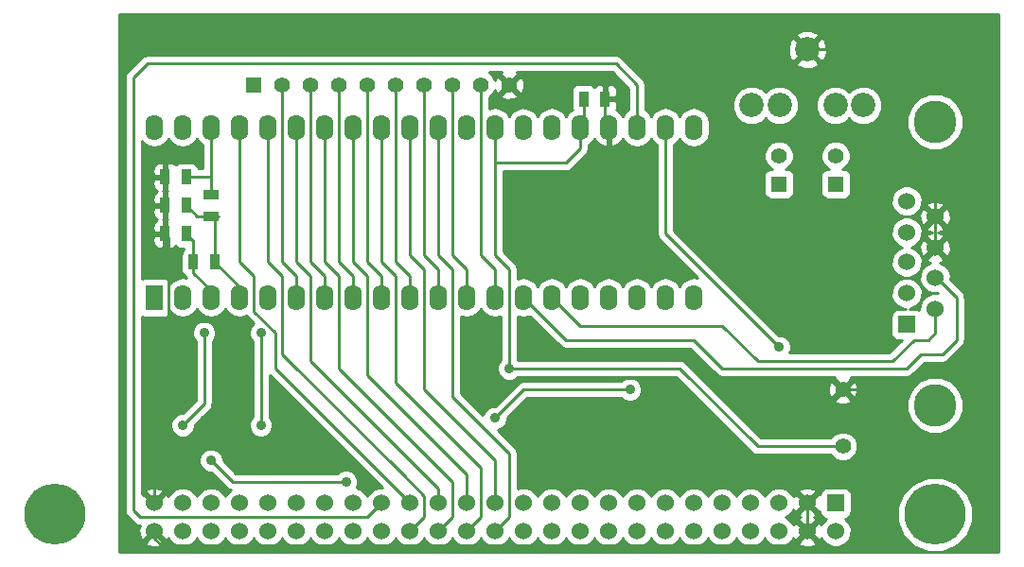
<source format=gbl>
G04 (created by PCBNEW (2013-07-07 BZR 4022)-stable) date 02/05/2014 20:54:29*
%MOIN*%
G04 Gerber Fmt 3.4, Leading zero omitted, Abs format*
%FSLAX34Y34*%
G01*
G70*
G90*
G04 APERTURE LIST*
%ADD10C,0.00590551*%
%ADD11C,0.15*%
%ADD12R,0.06X0.06*%
%ADD13C,0.06*%
%ADD14C,0.0859*%
%ADD15R,0.055X0.035*%
%ADD16R,0.035X0.055*%
%ADD17C,0.215*%
%ADD18R,0.062X0.09*%
%ADD19O,0.062X0.09*%
%ADD20C,0.055*%
%ADD21R,0.055X0.055*%
%ADD22C,0.035*%
%ADD23C,0.01*%
G04 APERTURE END LIST*
G54D10*
G54D11*
X38375Y-20675D03*
X38375Y-10675D03*
G54D12*
X37375Y-17825D03*
G54D13*
X37375Y-16725D03*
X37375Y-15625D03*
X37375Y-14575D03*
X37375Y-13475D03*
X38375Y-14025D03*
X38375Y-15125D03*
X38375Y-16175D03*
X38375Y-17275D03*
G54D14*
X33875Y-8125D03*
X35843Y-10093D03*
X34859Y-10093D03*
X32891Y-10093D03*
X31907Y-10093D03*
G54D15*
X12875Y-14000D03*
X12875Y-13250D03*
G54D16*
X13000Y-15625D03*
X12250Y-15625D03*
X11250Y-13625D03*
X12000Y-13625D03*
X11250Y-14625D03*
X12000Y-14625D03*
X11250Y-12625D03*
X12000Y-12625D03*
X26000Y-9875D03*
X26750Y-9875D03*
G54D12*
X34875Y-24125D03*
G54D13*
X34875Y-25125D03*
X33875Y-24125D03*
X33875Y-25125D03*
X32875Y-24125D03*
X32875Y-25125D03*
X31875Y-24125D03*
X31875Y-25125D03*
X30875Y-24125D03*
X30875Y-25125D03*
X29875Y-24125D03*
X29875Y-25125D03*
X28875Y-24125D03*
X28875Y-25125D03*
X27875Y-24125D03*
X27875Y-25125D03*
X26875Y-24125D03*
X26875Y-25125D03*
X25875Y-24125D03*
X25875Y-25125D03*
G54D17*
X38375Y-24525D03*
G54D13*
X24875Y-24125D03*
X24875Y-25125D03*
X23875Y-24125D03*
X23875Y-25125D03*
X22875Y-24125D03*
X22875Y-25125D03*
X21875Y-24125D03*
X21875Y-25125D03*
X20875Y-24125D03*
X20875Y-25125D03*
X19875Y-24125D03*
X19875Y-25125D03*
X18875Y-24125D03*
X18875Y-25125D03*
X17875Y-24125D03*
X17875Y-25125D03*
X16875Y-24125D03*
X16875Y-25125D03*
X15875Y-24125D03*
X15875Y-25125D03*
X14875Y-24125D03*
X14875Y-25125D03*
X13875Y-24125D03*
X13875Y-25125D03*
X12875Y-24125D03*
X12875Y-25125D03*
X11875Y-24125D03*
X11875Y-25125D03*
X10875Y-24125D03*
X10875Y-25125D03*
G54D17*
X7375Y-24525D03*
G54D18*
X10875Y-16875D03*
G54D19*
X11875Y-16875D03*
X12875Y-16875D03*
X13875Y-16875D03*
X14875Y-16875D03*
X15875Y-16875D03*
X16875Y-16875D03*
X17875Y-16875D03*
X18875Y-16875D03*
X19875Y-16875D03*
X20875Y-16875D03*
X21875Y-16875D03*
X22875Y-16875D03*
X23875Y-16875D03*
X24875Y-16875D03*
X25875Y-16875D03*
X26875Y-16875D03*
X27875Y-16875D03*
X28875Y-16875D03*
X29875Y-16875D03*
X29875Y-10875D03*
X28875Y-10875D03*
X27875Y-10875D03*
X26875Y-10875D03*
X25875Y-10875D03*
X24875Y-10875D03*
X23875Y-10875D03*
X22875Y-10875D03*
X21875Y-10875D03*
X20875Y-10875D03*
X19875Y-10875D03*
X18875Y-10875D03*
X17875Y-10875D03*
X16875Y-10875D03*
X15875Y-10875D03*
X14875Y-10875D03*
X13875Y-10875D03*
X12875Y-10875D03*
X11875Y-10875D03*
X10875Y-10875D03*
G54D20*
X35125Y-22125D03*
X35125Y-20125D03*
G54D21*
X32875Y-12875D03*
G54D20*
X32875Y-11875D03*
G54D21*
X34875Y-12875D03*
G54D20*
X34875Y-11875D03*
G54D21*
X14375Y-9375D03*
G54D20*
X15375Y-9375D03*
X16375Y-9375D03*
X17375Y-9375D03*
X18375Y-9375D03*
X19375Y-9375D03*
X20375Y-9375D03*
X21375Y-9375D03*
X22375Y-9375D03*
X23375Y-9375D03*
G54D22*
X11875Y-21375D03*
X12625Y-18125D03*
X14625Y-21375D03*
X14625Y-18125D03*
X32875Y-18625D03*
X17625Y-23375D03*
X12875Y-22625D03*
X22875Y-21125D03*
X27625Y-20125D03*
X23375Y-19375D03*
G54D23*
X27875Y-10875D02*
X27875Y-9375D01*
X18375Y-24625D02*
X18875Y-24125D01*
X10375Y-24625D02*
X18375Y-24625D01*
X10125Y-24375D02*
X10375Y-24625D01*
X10125Y-9125D02*
X10125Y-24375D01*
X10625Y-8625D02*
X10125Y-9125D01*
X27125Y-8625D02*
X10625Y-8625D01*
X27875Y-9375D02*
X27125Y-8625D01*
X12250Y-15625D02*
X12250Y-14875D01*
X12250Y-14875D02*
X12000Y-14625D01*
X12875Y-16875D02*
X12875Y-16625D01*
X12250Y-16000D02*
X12250Y-15625D01*
X12875Y-16625D02*
X12250Y-16000D01*
X12875Y-14000D02*
X12375Y-14000D01*
X12375Y-14000D02*
X12000Y-13625D01*
X13000Y-15625D02*
X13000Y-14125D01*
X13000Y-14125D02*
X12875Y-14000D01*
X13000Y-14125D02*
X13125Y-14000D01*
X13875Y-16875D02*
X13875Y-16500D01*
X13875Y-16500D02*
X13000Y-15625D01*
X12000Y-12625D02*
X12875Y-12625D01*
X12875Y-12625D02*
X12875Y-12875D01*
X12875Y-10875D02*
X12875Y-12875D01*
X12875Y-12875D02*
X12875Y-13250D01*
X12625Y-18125D02*
X12625Y-20625D01*
X12625Y-20625D02*
X12375Y-20875D01*
X11875Y-21375D02*
X12375Y-20875D01*
X14625Y-21375D02*
X14625Y-18125D01*
X14625Y-18125D02*
X14625Y-18125D01*
X28875Y-14625D02*
X28875Y-10875D01*
X32875Y-18625D02*
X28875Y-14625D01*
X19125Y-23375D02*
X15125Y-19375D01*
X19875Y-24125D02*
X19125Y-23375D01*
X15125Y-19375D02*
X15125Y-18875D01*
X14375Y-17375D02*
X15125Y-18125D01*
X15125Y-18125D02*
X15125Y-18875D01*
X13875Y-10875D02*
X13875Y-15625D01*
X13875Y-15625D02*
X14375Y-16125D01*
X14375Y-16125D02*
X14375Y-17375D01*
X19625Y-23125D02*
X15375Y-18875D01*
X15375Y-18625D02*
X15375Y-18875D01*
X15375Y-16125D02*
X15375Y-18625D01*
X14875Y-15625D02*
X15375Y-16125D01*
X14875Y-10875D02*
X14875Y-15625D01*
X19625Y-23125D02*
X20375Y-23875D01*
X19875Y-25125D02*
X20375Y-24625D01*
X20375Y-24625D02*
X20375Y-23875D01*
X20125Y-22875D02*
X16375Y-19125D01*
X15875Y-10875D02*
X15875Y-15625D01*
X16375Y-16125D02*
X16375Y-19125D01*
X15875Y-15625D02*
X16375Y-16125D01*
X20125Y-22875D02*
X20875Y-23625D01*
X20875Y-24125D02*
X20875Y-23625D01*
X21375Y-23625D02*
X21375Y-23375D01*
X21375Y-23375D02*
X17375Y-19375D01*
X21375Y-24625D02*
X21375Y-23625D01*
X20875Y-25125D02*
X21375Y-24625D01*
X17375Y-16125D02*
X17375Y-19375D01*
X16875Y-15625D02*
X16875Y-10875D01*
X16875Y-15625D02*
X17375Y-16125D01*
X21875Y-23625D02*
X21875Y-23125D01*
X21875Y-23125D02*
X18375Y-19625D01*
X21875Y-24125D02*
X21875Y-23625D01*
X18375Y-19625D02*
X18375Y-16125D01*
X17875Y-15625D02*
X17875Y-10875D01*
X17875Y-15625D02*
X18375Y-16125D01*
X22375Y-22875D02*
X19375Y-19875D01*
X18875Y-10875D02*
X18875Y-15625D01*
X18875Y-15625D02*
X19375Y-16125D01*
X19375Y-16125D02*
X19375Y-19875D01*
X21875Y-25125D02*
X22375Y-24625D01*
X22375Y-24625D02*
X22375Y-22875D01*
X20375Y-20125D02*
X20375Y-15875D01*
X22875Y-24125D02*
X22875Y-22625D01*
X19875Y-15375D02*
X20375Y-15875D01*
X19875Y-15375D02*
X19875Y-10875D01*
X20375Y-20125D02*
X22875Y-22625D01*
X21375Y-20375D02*
X21375Y-15875D01*
X21375Y-20375D02*
X23375Y-22375D01*
X20875Y-10875D02*
X20875Y-15375D01*
X20875Y-15375D02*
X21375Y-15875D01*
X23375Y-24625D02*
X22875Y-25125D01*
X23375Y-24625D02*
X23375Y-22375D01*
X25875Y-17875D02*
X30875Y-17875D01*
X30875Y-17875D02*
X32125Y-19125D01*
X36875Y-19125D02*
X37625Y-18375D01*
X32125Y-19125D02*
X36875Y-19125D01*
X38375Y-17275D02*
X38375Y-18125D01*
X38125Y-18375D02*
X37625Y-18375D01*
X38375Y-18125D02*
X38125Y-18375D01*
X25875Y-17875D02*
X24875Y-16875D01*
X25375Y-18375D02*
X29875Y-18375D01*
X29875Y-18375D02*
X30875Y-19375D01*
X37375Y-19375D02*
X37875Y-18875D01*
X30875Y-19375D02*
X37375Y-19375D01*
X38375Y-16175D02*
X38425Y-16175D01*
X38625Y-18875D02*
X37875Y-18875D01*
X39125Y-18375D02*
X38625Y-18875D01*
X39125Y-16875D02*
X39125Y-18375D01*
X38425Y-16175D02*
X39125Y-16875D01*
X25375Y-18375D02*
X23875Y-16875D01*
X22375Y-10125D02*
X22375Y-9375D01*
X22375Y-10000D02*
X22375Y-10125D01*
X22375Y-10125D02*
X22375Y-10375D01*
X22875Y-15875D02*
X22375Y-15375D01*
X22375Y-15375D02*
X22375Y-10375D01*
X22875Y-15875D02*
X22875Y-16875D01*
X21375Y-10375D02*
X21375Y-9375D01*
X21875Y-16875D02*
X21875Y-15875D01*
X21375Y-15375D02*
X21375Y-10375D01*
X21375Y-10375D02*
X21375Y-10125D01*
X21875Y-15875D02*
X21375Y-15375D01*
X20375Y-9375D02*
X20375Y-10125D01*
X20875Y-15875D02*
X20375Y-15375D01*
X20375Y-15375D02*
X20375Y-10125D01*
X20875Y-15875D02*
X20875Y-16875D01*
X19375Y-10125D02*
X19375Y-9375D01*
X19375Y-10000D02*
X19375Y-10125D01*
X19375Y-10125D02*
X19375Y-10375D01*
X19875Y-16125D02*
X19375Y-15625D01*
X19375Y-15625D02*
X19375Y-10375D01*
X19875Y-16125D02*
X19875Y-16875D01*
X18375Y-9375D02*
X18375Y-10125D01*
X18875Y-16125D02*
X18375Y-15625D01*
X18375Y-15625D02*
X18375Y-10125D01*
X18875Y-16125D02*
X18875Y-16875D01*
X17375Y-9375D02*
X17375Y-10125D01*
X17875Y-16125D02*
X17375Y-15625D01*
X17375Y-15625D02*
X17375Y-10125D01*
X17875Y-16125D02*
X17875Y-16875D01*
X16375Y-9375D02*
X16375Y-10125D01*
X16875Y-16125D02*
X16375Y-15625D01*
X16375Y-15625D02*
X16375Y-10125D01*
X16875Y-16125D02*
X16875Y-16875D01*
X15375Y-9375D02*
X15375Y-10125D01*
X15875Y-16125D02*
X15375Y-15625D01*
X15375Y-15625D02*
X15375Y-10125D01*
X15875Y-16125D02*
X15875Y-16875D01*
X10875Y-25125D02*
X10875Y-25375D01*
X33375Y-25625D02*
X33875Y-25125D01*
X11125Y-25625D02*
X33375Y-25625D01*
X10875Y-25375D02*
X11125Y-25625D01*
X26750Y-9875D02*
X26750Y-10750D01*
X26750Y-10750D02*
X26875Y-10875D01*
X26750Y-9875D02*
X26750Y-9250D01*
X23625Y-9125D02*
X23375Y-9375D01*
X26625Y-9125D02*
X23625Y-9125D01*
X26750Y-9250D02*
X26625Y-9125D01*
X10875Y-24125D02*
X10875Y-18375D01*
X11375Y-14750D02*
X11250Y-14625D01*
X11375Y-17875D02*
X11375Y-14750D01*
X10875Y-18375D02*
X11375Y-17875D01*
X11250Y-13625D02*
X11250Y-12625D01*
X11250Y-14625D02*
X11250Y-13625D01*
X38375Y-14025D02*
X38375Y-12625D01*
X35375Y-8125D02*
X33875Y-8125D01*
X36875Y-9625D02*
X35375Y-8125D01*
X36875Y-11125D02*
X36875Y-9625D01*
X38375Y-12625D02*
X36875Y-11125D01*
X38375Y-15125D02*
X38375Y-14025D01*
X35125Y-20125D02*
X37125Y-20125D01*
X39875Y-16625D02*
X38375Y-15125D01*
X39875Y-18375D02*
X39875Y-16625D01*
X38875Y-19375D02*
X39875Y-18375D01*
X37875Y-19375D02*
X38875Y-19375D01*
X37125Y-20125D02*
X37875Y-19375D01*
X33875Y-25125D02*
X33875Y-24125D01*
X17625Y-23375D02*
X13625Y-23375D01*
X13625Y-23375D02*
X12875Y-22625D01*
X22875Y-21125D02*
X23875Y-20125D01*
X23875Y-20125D02*
X27625Y-20125D01*
X25875Y-10875D02*
X25875Y-11625D01*
X25375Y-12125D02*
X22875Y-12125D01*
X25875Y-11625D02*
X25375Y-12125D01*
X23375Y-19375D02*
X29375Y-19375D01*
X32125Y-22125D02*
X35125Y-22125D01*
X29375Y-19375D02*
X32125Y-22125D01*
X22875Y-10875D02*
X22875Y-12125D01*
X22875Y-12125D02*
X22875Y-15375D01*
X22875Y-15375D02*
X23375Y-15875D01*
X23375Y-15875D02*
X23375Y-19375D01*
X26000Y-9875D02*
X26000Y-10750D01*
X26000Y-10750D02*
X25875Y-10875D01*
X35125Y-22125D02*
X35125Y-22125D01*
X35125Y-22125D02*
X35125Y-22125D01*
G54D10*
G36*
X12575Y-12325D02*
X12425Y-12325D01*
X12425Y-12300D01*
X12387Y-12208D01*
X12316Y-12138D01*
X12224Y-12100D01*
X12125Y-12099D01*
X11775Y-12099D01*
X11683Y-12137D01*
X11625Y-12196D01*
X11566Y-12137D01*
X11474Y-12099D01*
X11362Y-12100D01*
X11300Y-12162D01*
X11300Y-12575D01*
X11307Y-12575D01*
X11307Y-12675D01*
X11300Y-12675D01*
X11300Y-13087D01*
X11337Y-13125D01*
X11300Y-13162D01*
X11300Y-13575D01*
X11307Y-13575D01*
X11307Y-13675D01*
X11300Y-13675D01*
X11300Y-14087D01*
X11337Y-14125D01*
X11300Y-14162D01*
X11300Y-14575D01*
X11307Y-14575D01*
X11307Y-14675D01*
X11300Y-14675D01*
X11300Y-15087D01*
X11362Y-15150D01*
X11474Y-15150D01*
X11566Y-15112D01*
X11625Y-15053D01*
X11683Y-15111D01*
X11775Y-15149D01*
X11874Y-15150D01*
X11921Y-15150D01*
X11863Y-15208D01*
X11825Y-15300D01*
X11824Y-15399D01*
X11824Y-15949D01*
X11862Y-16041D01*
X11933Y-16111D01*
X11985Y-16133D01*
X11985Y-16133D01*
X12023Y-16190D01*
X11875Y-16161D01*
X11660Y-16203D01*
X11479Y-16325D01*
X11435Y-16391D01*
X11435Y-16375D01*
X11397Y-16283D01*
X11326Y-16213D01*
X11234Y-16175D01*
X11200Y-16175D01*
X11200Y-15087D01*
X11200Y-14675D01*
X11200Y-14575D01*
X11200Y-14162D01*
X11162Y-14125D01*
X11200Y-14087D01*
X11200Y-13675D01*
X11200Y-13575D01*
X11200Y-13162D01*
X11162Y-13125D01*
X11200Y-13087D01*
X11200Y-12675D01*
X11200Y-12575D01*
X11200Y-12162D01*
X11137Y-12100D01*
X11025Y-12099D01*
X10933Y-12137D01*
X10863Y-12208D01*
X10825Y-12300D01*
X10824Y-12399D01*
X10825Y-12512D01*
X10887Y-12575D01*
X11200Y-12575D01*
X11200Y-12675D01*
X10887Y-12675D01*
X10825Y-12737D01*
X10824Y-12850D01*
X10825Y-12949D01*
X10863Y-13041D01*
X10933Y-13112D01*
X10964Y-13125D01*
X10933Y-13137D01*
X10863Y-13208D01*
X10825Y-13300D01*
X10824Y-13399D01*
X10825Y-13512D01*
X10887Y-13575D01*
X11200Y-13575D01*
X11200Y-13675D01*
X10887Y-13675D01*
X10825Y-13737D01*
X10824Y-13850D01*
X10825Y-13949D01*
X10863Y-14041D01*
X10933Y-14112D01*
X10964Y-14125D01*
X10933Y-14137D01*
X10863Y-14208D01*
X10825Y-14300D01*
X10824Y-14399D01*
X10825Y-14512D01*
X10887Y-14575D01*
X11200Y-14575D01*
X11200Y-14675D01*
X10887Y-14675D01*
X10825Y-14737D01*
X10824Y-14850D01*
X10825Y-14949D01*
X10863Y-15041D01*
X10933Y-15112D01*
X11025Y-15150D01*
X11137Y-15150D01*
X11200Y-15087D01*
X11200Y-16175D01*
X11135Y-16174D01*
X10515Y-16174D01*
X10425Y-16212D01*
X10425Y-11343D01*
X10479Y-11424D01*
X10660Y-11546D01*
X10875Y-11588D01*
X11089Y-11546D01*
X11270Y-11424D01*
X11375Y-11269D01*
X11479Y-11424D01*
X11660Y-11546D01*
X11875Y-11588D01*
X12089Y-11546D01*
X12270Y-11424D01*
X12375Y-11269D01*
X12479Y-11424D01*
X12575Y-11488D01*
X12575Y-12325D01*
X12575Y-12325D01*
G37*
G54D23*
X12575Y-12325D02*
X12425Y-12325D01*
X12425Y-12300D01*
X12387Y-12208D01*
X12316Y-12138D01*
X12224Y-12100D01*
X12125Y-12099D01*
X11775Y-12099D01*
X11683Y-12137D01*
X11625Y-12196D01*
X11566Y-12137D01*
X11474Y-12099D01*
X11362Y-12100D01*
X11300Y-12162D01*
X11300Y-12575D01*
X11307Y-12575D01*
X11307Y-12675D01*
X11300Y-12675D01*
X11300Y-13087D01*
X11337Y-13125D01*
X11300Y-13162D01*
X11300Y-13575D01*
X11307Y-13575D01*
X11307Y-13675D01*
X11300Y-13675D01*
X11300Y-14087D01*
X11337Y-14125D01*
X11300Y-14162D01*
X11300Y-14575D01*
X11307Y-14575D01*
X11307Y-14675D01*
X11300Y-14675D01*
X11300Y-15087D01*
X11362Y-15150D01*
X11474Y-15150D01*
X11566Y-15112D01*
X11625Y-15053D01*
X11683Y-15111D01*
X11775Y-15149D01*
X11874Y-15150D01*
X11921Y-15150D01*
X11863Y-15208D01*
X11825Y-15300D01*
X11824Y-15399D01*
X11824Y-15949D01*
X11862Y-16041D01*
X11933Y-16111D01*
X11985Y-16133D01*
X11985Y-16133D01*
X12023Y-16190D01*
X11875Y-16161D01*
X11660Y-16203D01*
X11479Y-16325D01*
X11435Y-16391D01*
X11435Y-16375D01*
X11397Y-16283D01*
X11326Y-16213D01*
X11234Y-16175D01*
X11200Y-16175D01*
X11200Y-15087D01*
X11200Y-14675D01*
X11200Y-14575D01*
X11200Y-14162D01*
X11162Y-14125D01*
X11200Y-14087D01*
X11200Y-13675D01*
X11200Y-13575D01*
X11200Y-13162D01*
X11162Y-13125D01*
X11200Y-13087D01*
X11200Y-12675D01*
X11200Y-12575D01*
X11200Y-12162D01*
X11137Y-12100D01*
X11025Y-12099D01*
X10933Y-12137D01*
X10863Y-12208D01*
X10825Y-12300D01*
X10824Y-12399D01*
X10825Y-12512D01*
X10887Y-12575D01*
X11200Y-12575D01*
X11200Y-12675D01*
X10887Y-12675D01*
X10825Y-12737D01*
X10824Y-12850D01*
X10825Y-12949D01*
X10863Y-13041D01*
X10933Y-13112D01*
X10964Y-13125D01*
X10933Y-13137D01*
X10863Y-13208D01*
X10825Y-13300D01*
X10824Y-13399D01*
X10825Y-13512D01*
X10887Y-13575D01*
X11200Y-13575D01*
X11200Y-13675D01*
X10887Y-13675D01*
X10825Y-13737D01*
X10824Y-13850D01*
X10825Y-13949D01*
X10863Y-14041D01*
X10933Y-14112D01*
X10964Y-14125D01*
X10933Y-14137D01*
X10863Y-14208D01*
X10825Y-14300D01*
X10824Y-14399D01*
X10825Y-14512D01*
X10887Y-14575D01*
X11200Y-14575D01*
X11200Y-14675D01*
X10887Y-14675D01*
X10825Y-14737D01*
X10824Y-14850D01*
X10825Y-14949D01*
X10863Y-15041D01*
X10933Y-15112D01*
X11025Y-15150D01*
X11137Y-15150D01*
X11200Y-15087D01*
X11200Y-16175D01*
X11135Y-16174D01*
X10515Y-16174D01*
X10425Y-16212D01*
X10425Y-11343D01*
X10479Y-11424D01*
X10660Y-11546D01*
X10875Y-11588D01*
X11089Y-11546D01*
X11270Y-11424D01*
X11375Y-11269D01*
X11479Y-11424D01*
X11660Y-11546D01*
X11875Y-11588D01*
X12089Y-11546D01*
X12270Y-11424D01*
X12375Y-11269D01*
X12479Y-11424D01*
X12575Y-11488D01*
X12575Y-12325D01*
G54D10*
G36*
X18900Y-23575D02*
X18766Y-23574D01*
X18563Y-23658D01*
X18409Y-23813D01*
X18375Y-23894D01*
X18341Y-23813D01*
X18186Y-23659D01*
X17999Y-23581D01*
X18049Y-23459D01*
X18050Y-23290D01*
X17985Y-23134D01*
X17866Y-23014D01*
X17709Y-22950D01*
X17540Y-22949D01*
X17384Y-23014D01*
X17323Y-23075D01*
X13749Y-23075D01*
X13299Y-22625D01*
X13300Y-22540D01*
X13235Y-22384D01*
X13116Y-22264D01*
X13050Y-22237D01*
X13050Y-18040D01*
X12985Y-17884D01*
X12866Y-17764D01*
X12709Y-17700D01*
X12540Y-17699D01*
X12384Y-17764D01*
X12264Y-17883D01*
X12200Y-18040D01*
X12199Y-18209D01*
X12264Y-18365D01*
X12325Y-18426D01*
X12325Y-20500D01*
X12162Y-20662D01*
X12162Y-20662D01*
X11875Y-20950D01*
X11790Y-20949D01*
X11634Y-21014D01*
X11514Y-21133D01*
X11450Y-21290D01*
X11449Y-21459D01*
X11514Y-21615D01*
X11633Y-21735D01*
X11790Y-21799D01*
X11959Y-21800D01*
X12115Y-21735D01*
X12235Y-21616D01*
X12299Y-21459D01*
X12300Y-21374D01*
X12587Y-21087D01*
X12587Y-21087D01*
X12587Y-21087D01*
X12837Y-20837D01*
X12837Y-20837D01*
X12902Y-20739D01*
X12924Y-20625D01*
X12925Y-20625D01*
X12925Y-18426D01*
X12985Y-18366D01*
X13049Y-18209D01*
X13050Y-18040D01*
X13050Y-22237D01*
X12959Y-22200D01*
X12790Y-22199D01*
X12634Y-22264D01*
X12514Y-22383D01*
X12450Y-22540D01*
X12449Y-22709D01*
X12514Y-22865D01*
X12633Y-22985D01*
X12790Y-23049D01*
X12875Y-23050D01*
X13412Y-23587D01*
X13412Y-23587D01*
X13510Y-23652D01*
X13560Y-23662D01*
X13409Y-23813D01*
X13375Y-23894D01*
X13341Y-23813D01*
X13186Y-23659D01*
X12984Y-23575D01*
X12766Y-23574D01*
X12563Y-23658D01*
X12409Y-23813D01*
X12375Y-23894D01*
X12341Y-23813D01*
X12186Y-23659D01*
X11984Y-23575D01*
X11766Y-23574D01*
X11563Y-23658D01*
X11409Y-23813D01*
X11377Y-23888D01*
X11356Y-23837D01*
X11260Y-23809D01*
X11190Y-23880D01*
X11190Y-23739D01*
X11162Y-23643D01*
X10956Y-23570D01*
X10738Y-23581D01*
X10587Y-23643D01*
X10559Y-23739D01*
X10875Y-24054D01*
X11190Y-23739D01*
X11190Y-23880D01*
X10945Y-24125D01*
X10951Y-24130D01*
X10880Y-24201D01*
X10875Y-24195D01*
X10869Y-24201D01*
X10798Y-24130D01*
X10804Y-24125D01*
X10489Y-23809D01*
X10425Y-23828D01*
X10425Y-17537D01*
X10515Y-17574D01*
X10614Y-17575D01*
X11234Y-17575D01*
X11326Y-17537D01*
X11396Y-17466D01*
X11434Y-17374D01*
X11434Y-17358D01*
X11479Y-17424D01*
X11660Y-17546D01*
X11875Y-17588D01*
X12089Y-17546D01*
X12270Y-17424D01*
X12375Y-17269D01*
X12479Y-17424D01*
X12660Y-17546D01*
X12875Y-17588D01*
X13089Y-17546D01*
X13270Y-17424D01*
X13375Y-17269D01*
X13479Y-17424D01*
X13660Y-17546D01*
X13875Y-17588D01*
X14089Y-17546D01*
X14121Y-17524D01*
X14162Y-17587D01*
X14362Y-17786D01*
X14264Y-17883D01*
X14200Y-18040D01*
X14199Y-18209D01*
X14264Y-18365D01*
X14325Y-18426D01*
X14325Y-21073D01*
X14264Y-21133D01*
X14200Y-21290D01*
X14199Y-21459D01*
X14264Y-21615D01*
X14383Y-21735D01*
X14540Y-21799D01*
X14709Y-21800D01*
X14865Y-21735D01*
X14985Y-21616D01*
X15049Y-21459D01*
X15050Y-21290D01*
X14985Y-21134D01*
X14925Y-21073D01*
X14925Y-19599D01*
X18900Y-23575D01*
X18900Y-23575D01*
G37*
G54D23*
X18900Y-23575D02*
X18766Y-23574D01*
X18563Y-23658D01*
X18409Y-23813D01*
X18375Y-23894D01*
X18341Y-23813D01*
X18186Y-23659D01*
X17999Y-23581D01*
X18049Y-23459D01*
X18050Y-23290D01*
X17985Y-23134D01*
X17866Y-23014D01*
X17709Y-22950D01*
X17540Y-22949D01*
X17384Y-23014D01*
X17323Y-23075D01*
X13749Y-23075D01*
X13299Y-22625D01*
X13300Y-22540D01*
X13235Y-22384D01*
X13116Y-22264D01*
X13050Y-22237D01*
X13050Y-18040D01*
X12985Y-17884D01*
X12866Y-17764D01*
X12709Y-17700D01*
X12540Y-17699D01*
X12384Y-17764D01*
X12264Y-17883D01*
X12200Y-18040D01*
X12199Y-18209D01*
X12264Y-18365D01*
X12325Y-18426D01*
X12325Y-20500D01*
X12162Y-20662D01*
X12162Y-20662D01*
X11875Y-20950D01*
X11790Y-20949D01*
X11634Y-21014D01*
X11514Y-21133D01*
X11450Y-21290D01*
X11449Y-21459D01*
X11514Y-21615D01*
X11633Y-21735D01*
X11790Y-21799D01*
X11959Y-21800D01*
X12115Y-21735D01*
X12235Y-21616D01*
X12299Y-21459D01*
X12300Y-21374D01*
X12587Y-21087D01*
X12587Y-21087D01*
X12587Y-21087D01*
X12837Y-20837D01*
X12837Y-20837D01*
X12902Y-20739D01*
X12924Y-20625D01*
X12925Y-20625D01*
X12925Y-18426D01*
X12985Y-18366D01*
X13049Y-18209D01*
X13050Y-18040D01*
X13050Y-22237D01*
X12959Y-22200D01*
X12790Y-22199D01*
X12634Y-22264D01*
X12514Y-22383D01*
X12450Y-22540D01*
X12449Y-22709D01*
X12514Y-22865D01*
X12633Y-22985D01*
X12790Y-23049D01*
X12875Y-23050D01*
X13412Y-23587D01*
X13412Y-23587D01*
X13510Y-23652D01*
X13560Y-23662D01*
X13409Y-23813D01*
X13375Y-23894D01*
X13341Y-23813D01*
X13186Y-23659D01*
X12984Y-23575D01*
X12766Y-23574D01*
X12563Y-23658D01*
X12409Y-23813D01*
X12375Y-23894D01*
X12341Y-23813D01*
X12186Y-23659D01*
X11984Y-23575D01*
X11766Y-23574D01*
X11563Y-23658D01*
X11409Y-23813D01*
X11377Y-23888D01*
X11356Y-23837D01*
X11260Y-23809D01*
X11190Y-23880D01*
X11190Y-23739D01*
X11162Y-23643D01*
X10956Y-23570D01*
X10738Y-23581D01*
X10587Y-23643D01*
X10559Y-23739D01*
X10875Y-24054D01*
X11190Y-23739D01*
X11190Y-23880D01*
X10945Y-24125D01*
X10951Y-24130D01*
X10880Y-24201D01*
X10875Y-24195D01*
X10869Y-24201D01*
X10798Y-24130D01*
X10804Y-24125D01*
X10489Y-23809D01*
X10425Y-23828D01*
X10425Y-17537D01*
X10515Y-17574D01*
X10614Y-17575D01*
X11234Y-17575D01*
X11326Y-17537D01*
X11396Y-17466D01*
X11434Y-17374D01*
X11434Y-17358D01*
X11479Y-17424D01*
X11660Y-17546D01*
X11875Y-17588D01*
X12089Y-17546D01*
X12270Y-17424D01*
X12375Y-17269D01*
X12479Y-17424D01*
X12660Y-17546D01*
X12875Y-17588D01*
X13089Y-17546D01*
X13270Y-17424D01*
X13375Y-17269D01*
X13479Y-17424D01*
X13660Y-17546D01*
X13875Y-17588D01*
X14089Y-17546D01*
X14121Y-17524D01*
X14162Y-17587D01*
X14362Y-17786D01*
X14264Y-17883D01*
X14200Y-18040D01*
X14199Y-18209D01*
X14264Y-18365D01*
X14325Y-18426D01*
X14325Y-21073D01*
X14264Y-21133D01*
X14200Y-21290D01*
X14199Y-21459D01*
X14264Y-21615D01*
X14383Y-21735D01*
X14540Y-21799D01*
X14709Y-21800D01*
X14865Y-21735D01*
X14985Y-21616D01*
X15049Y-21459D01*
X15050Y-21290D01*
X14985Y-21134D01*
X14925Y-21073D01*
X14925Y-19599D01*
X18900Y-23575D01*
G54D10*
G36*
X27575Y-10261D02*
X27479Y-10325D01*
X27375Y-10480D01*
X27373Y-10474D01*
X27235Y-10303D01*
X27151Y-10257D01*
X27174Y-10199D01*
X27175Y-10100D01*
X27175Y-9649D01*
X27174Y-9550D01*
X27136Y-9458D01*
X27066Y-9387D01*
X26974Y-9349D01*
X26862Y-9350D01*
X26800Y-9412D01*
X26800Y-9825D01*
X27112Y-9825D01*
X27175Y-9762D01*
X27175Y-9649D01*
X27175Y-10100D01*
X27175Y-9987D01*
X27112Y-9925D01*
X26800Y-9925D01*
X26800Y-9932D01*
X26700Y-9932D01*
X26700Y-9925D01*
X26692Y-9925D01*
X26692Y-9825D01*
X26700Y-9825D01*
X26700Y-9412D01*
X26637Y-9350D01*
X26525Y-9349D01*
X26433Y-9387D01*
X26374Y-9446D01*
X26316Y-9388D01*
X26224Y-9350D01*
X26125Y-9349D01*
X25775Y-9349D01*
X25683Y-9387D01*
X25613Y-9458D01*
X25575Y-9550D01*
X25574Y-9649D01*
X25574Y-10199D01*
X25594Y-10247D01*
X25479Y-10325D01*
X25375Y-10480D01*
X25270Y-10325D01*
X25089Y-10203D01*
X24875Y-10161D01*
X24660Y-10203D01*
X24479Y-10325D01*
X24375Y-10480D01*
X24270Y-10325D01*
X24089Y-10203D01*
X23904Y-10167D01*
X23904Y-9450D01*
X23893Y-9242D01*
X23835Y-9102D01*
X23742Y-9077D01*
X23445Y-9375D01*
X23742Y-9672D01*
X23835Y-9647D01*
X23904Y-9450D01*
X23904Y-10167D01*
X23875Y-10161D01*
X23672Y-10201D01*
X23672Y-9742D01*
X23375Y-9445D01*
X23077Y-9742D01*
X23102Y-9835D01*
X23299Y-9904D01*
X23507Y-9893D01*
X23647Y-9835D01*
X23672Y-9742D01*
X23672Y-10201D01*
X23660Y-10203D01*
X23479Y-10325D01*
X23375Y-10480D01*
X23270Y-10325D01*
X23089Y-10203D01*
X22875Y-10161D01*
X22675Y-10201D01*
X22675Y-10125D01*
X22675Y-10000D01*
X22675Y-9817D01*
X22819Y-9672D01*
X22872Y-9546D01*
X22914Y-9647D01*
X23007Y-9672D01*
X23304Y-9375D01*
X23007Y-9077D01*
X22914Y-9102D01*
X22875Y-9212D01*
X22820Y-9078D01*
X22672Y-8930D01*
X22660Y-8925D01*
X23099Y-8925D01*
X23077Y-9007D01*
X23375Y-9304D01*
X23672Y-9007D01*
X23650Y-8925D01*
X27000Y-8925D01*
X27575Y-9499D01*
X27575Y-10261D01*
X27575Y-10261D01*
G37*
G54D23*
X27575Y-10261D02*
X27479Y-10325D01*
X27375Y-10480D01*
X27373Y-10474D01*
X27235Y-10303D01*
X27151Y-10257D01*
X27174Y-10199D01*
X27175Y-10100D01*
X27175Y-9649D01*
X27174Y-9550D01*
X27136Y-9458D01*
X27066Y-9387D01*
X26974Y-9349D01*
X26862Y-9350D01*
X26800Y-9412D01*
X26800Y-9825D01*
X27112Y-9825D01*
X27175Y-9762D01*
X27175Y-9649D01*
X27175Y-10100D01*
X27175Y-9987D01*
X27112Y-9925D01*
X26800Y-9925D01*
X26800Y-9932D01*
X26700Y-9932D01*
X26700Y-9925D01*
X26692Y-9925D01*
X26692Y-9825D01*
X26700Y-9825D01*
X26700Y-9412D01*
X26637Y-9350D01*
X26525Y-9349D01*
X26433Y-9387D01*
X26374Y-9446D01*
X26316Y-9388D01*
X26224Y-9350D01*
X26125Y-9349D01*
X25775Y-9349D01*
X25683Y-9387D01*
X25613Y-9458D01*
X25575Y-9550D01*
X25574Y-9649D01*
X25574Y-10199D01*
X25594Y-10247D01*
X25479Y-10325D01*
X25375Y-10480D01*
X25270Y-10325D01*
X25089Y-10203D01*
X24875Y-10161D01*
X24660Y-10203D01*
X24479Y-10325D01*
X24375Y-10480D01*
X24270Y-10325D01*
X24089Y-10203D01*
X23904Y-10167D01*
X23904Y-9450D01*
X23893Y-9242D01*
X23835Y-9102D01*
X23742Y-9077D01*
X23445Y-9375D01*
X23742Y-9672D01*
X23835Y-9647D01*
X23904Y-9450D01*
X23904Y-10167D01*
X23875Y-10161D01*
X23672Y-10201D01*
X23672Y-9742D01*
X23375Y-9445D01*
X23077Y-9742D01*
X23102Y-9835D01*
X23299Y-9904D01*
X23507Y-9893D01*
X23647Y-9835D01*
X23672Y-9742D01*
X23672Y-10201D01*
X23660Y-10203D01*
X23479Y-10325D01*
X23375Y-10480D01*
X23270Y-10325D01*
X23089Y-10203D01*
X22875Y-10161D01*
X22675Y-10201D01*
X22675Y-10125D01*
X22675Y-10000D01*
X22675Y-9817D01*
X22819Y-9672D01*
X22872Y-9546D01*
X22914Y-9647D01*
X23007Y-9672D01*
X23304Y-9375D01*
X23007Y-9077D01*
X22914Y-9102D01*
X22875Y-9212D01*
X22820Y-9078D01*
X22672Y-8930D01*
X22660Y-8925D01*
X23099Y-8925D01*
X23077Y-9007D01*
X23375Y-9304D01*
X23672Y-9007D01*
X23650Y-8925D01*
X27000Y-8925D01*
X27575Y-9499D01*
X27575Y-10261D01*
G54D10*
G36*
X30014Y-16189D02*
X29875Y-16161D01*
X29660Y-16203D01*
X29479Y-16325D01*
X29375Y-16480D01*
X29270Y-16325D01*
X29089Y-16203D01*
X28875Y-16161D01*
X28660Y-16203D01*
X28479Y-16325D01*
X28375Y-16480D01*
X28270Y-16325D01*
X28089Y-16203D01*
X27875Y-16161D01*
X27660Y-16203D01*
X27479Y-16325D01*
X27375Y-16480D01*
X27270Y-16325D01*
X27089Y-16203D01*
X26875Y-16161D01*
X26660Y-16203D01*
X26479Y-16325D01*
X26375Y-16480D01*
X26270Y-16325D01*
X26089Y-16203D01*
X25875Y-16161D01*
X25660Y-16203D01*
X25479Y-16325D01*
X25375Y-16480D01*
X25270Y-16325D01*
X25089Y-16203D01*
X24875Y-16161D01*
X24660Y-16203D01*
X24479Y-16325D01*
X24375Y-16480D01*
X24270Y-16325D01*
X24089Y-16203D01*
X23875Y-16161D01*
X23675Y-16201D01*
X23675Y-15875D01*
X23652Y-15760D01*
X23587Y-15662D01*
X23587Y-15662D01*
X23175Y-15250D01*
X23175Y-12425D01*
X25375Y-12425D01*
X25375Y-12424D01*
X25489Y-12402D01*
X25489Y-12402D01*
X25587Y-12337D01*
X26087Y-11837D01*
X26087Y-11837D01*
X26152Y-11739D01*
X26174Y-11625D01*
X26175Y-11625D01*
X26175Y-11488D01*
X26270Y-11424D01*
X26374Y-11269D01*
X26376Y-11275D01*
X26514Y-11446D01*
X26706Y-11551D01*
X26738Y-11558D01*
X26825Y-11509D01*
X26825Y-10925D01*
X26817Y-10925D01*
X26817Y-10825D01*
X26825Y-10825D01*
X26825Y-10817D01*
X26925Y-10817D01*
X26925Y-10825D01*
X26932Y-10825D01*
X26932Y-10925D01*
X26925Y-10925D01*
X26925Y-11509D01*
X27011Y-11558D01*
X27043Y-11551D01*
X27235Y-11446D01*
X27373Y-11275D01*
X27375Y-11269D01*
X27479Y-11424D01*
X27660Y-11546D01*
X27875Y-11588D01*
X28089Y-11546D01*
X28270Y-11424D01*
X28375Y-11269D01*
X28479Y-11424D01*
X28575Y-11488D01*
X28575Y-14625D01*
X28597Y-14739D01*
X28662Y-14837D01*
X30014Y-16189D01*
X30014Y-16189D01*
G37*
G54D23*
X30014Y-16189D02*
X29875Y-16161D01*
X29660Y-16203D01*
X29479Y-16325D01*
X29375Y-16480D01*
X29270Y-16325D01*
X29089Y-16203D01*
X28875Y-16161D01*
X28660Y-16203D01*
X28479Y-16325D01*
X28375Y-16480D01*
X28270Y-16325D01*
X28089Y-16203D01*
X27875Y-16161D01*
X27660Y-16203D01*
X27479Y-16325D01*
X27375Y-16480D01*
X27270Y-16325D01*
X27089Y-16203D01*
X26875Y-16161D01*
X26660Y-16203D01*
X26479Y-16325D01*
X26375Y-16480D01*
X26270Y-16325D01*
X26089Y-16203D01*
X25875Y-16161D01*
X25660Y-16203D01*
X25479Y-16325D01*
X25375Y-16480D01*
X25270Y-16325D01*
X25089Y-16203D01*
X24875Y-16161D01*
X24660Y-16203D01*
X24479Y-16325D01*
X24375Y-16480D01*
X24270Y-16325D01*
X24089Y-16203D01*
X23875Y-16161D01*
X23675Y-16201D01*
X23675Y-15875D01*
X23652Y-15760D01*
X23587Y-15662D01*
X23587Y-15662D01*
X23175Y-15250D01*
X23175Y-12425D01*
X25375Y-12425D01*
X25375Y-12424D01*
X25489Y-12402D01*
X25489Y-12402D01*
X25587Y-12337D01*
X26087Y-11837D01*
X26087Y-11837D01*
X26152Y-11739D01*
X26174Y-11625D01*
X26175Y-11625D01*
X26175Y-11488D01*
X26270Y-11424D01*
X26374Y-11269D01*
X26376Y-11275D01*
X26514Y-11446D01*
X26706Y-11551D01*
X26738Y-11558D01*
X26825Y-11509D01*
X26825Y-10925D01*
X26817Y-10925D01*
X26817Y-10825D01*
X26825Y-10825D01*
X26825Y-10817D01*
X26925Y-10817D01*
X26925Y-10825D01*
X26932Y-10825D01*
X26932Y-10925D01*
X26925Y-10925D01*
X26925Y-11509D01*
X27011Y-11558D01*
X27043Y-11551D01*
X27235Y-11446D01*
X27373Y-11275D01*
X27375Y-11269D01*
X27479Y-11424D01*
X27660Y-11546D01*
X27875Y-11588D01*
X28089Y-11546D01*
X28270Y-11424D01*
X28375Y-11269D01*
X28479Y-11424D01*
X28575Y-11488D01*
X28575Y-14625D01*
X28597Y-14739D01*
X28662Y-14837D01*
X30014Y-16189D01*
G54D10*
G36*
X40605Y-25855D02*
X39700Y-25855D01*
X39700Y-24262D01*
X39498Y-23775D01*
X39425Y-23701D01*
X39425Y-18375D01*
X39425Y-16875D01*
X39424Y-16874D01*
X39402Y-16760D01*
X39375Y-16719D01*
X39375Y-10476D01*
X39223Y-10109D01*
X38942Y-9827D01*
X38574Y-9675D01*
X38176Y-9674D01*
X37809Y-9826D01*
X37527Y-10107D01*
X37375Y-10475D01*
X37374Y-10873D01*
X37526Y-11240D01*
X37807Y-11522D01*
X38175Y-11674D01*
X38573Y-11675D01*
X38940Y-11523D01*
X39222Y-11242D01*
X39374Y-10874D01*
X39375Y-10476D01*
X39375Y-16719D01*
X39337Y-16662D01*
X39337Y-16662D01*
X38929Y-16255D01*
X38929Y-15206D01*
X38929Y-14106D01*
X38918Y-13888D01*
X38856Y-13737D01*
X38760Y-13709D01*
X38690Y-13780D01*
X38690Y-13639D01*
X38662Y-13543D01*
X38456Y-13470D01*
X38238Y-13481D01*
X38087Y-13543D01*
X38059Y-13639D01*
X38375Y-13954D01*
X38690Y-13639D01*
X38690Y-13780D01*
X38445Y-14025D01*
X38760Y-14340D01*
X38856Y-14312D01*
X38929Y-14106D01*
X38929Y-15206D01*
X38918Y-14988D01*
X38856Y-14837D01*
X38760Y-14809D01*
X38690Y-14880D01*
X38690Y-14739D01*
X38662Y-14643D01*
X38460Y-14571D01*
X38511Y-14568D01*
X38662Y-14506D01*
X38690Y-14410D01*
X38375Y-14095D01*
X38304Y-14166D01*
X38304Y-14025D01*
X37989Y-13709D01*
X37893Y-13737D01*
X37820Y-13943D01*
X37831Y-14161D01*
X37893Y-14312D01*
X37989Y-14340D01*
X38304Y-14025D01*
X38304Y-14166D01*
X38059Y-14410D01*
X38087Y-14506D01*
X38289Y-14578D01*
X38238Y-14581D01*
X38087Y-14643D01*
X38059Y-14739D01*
X38375Y-15054D01*
X38690Y-14739D01*
X38690Y-14880D01*
X38445Y-15125D01*
X38760Y-15440D01*
X38856Y-15412D01*
X38929Y-15206D01*
X38929Y-16255D01*
X38924Y-16250D01*
X38925Y-16066D01*
X38841Y-15863D01*
X38686Y-15709D01*
X38551Y-15652D01*
X38662Y-15606D01*
X38690Y-15510D01*
X38375Y-15195D01*
X38304Y-15266D01*
X38304Y-15125D01*
X37989Y-14809D01*
X37893Y-14837D01*
X37820Y-15043D01*
X37831Y-15261D01*
X37893Y-15412D01*
X37989Y-15440D01*
X38304Y-15125D01*
X38304Y-15266D01*
X38059Y-15510D01*
X38087Y-15606D01*
X38207Y-15649D01*
X38063Y-15708D01*
X37909Y-15863D01*
X37825Y-16065D01*
X37824Y-16283D01*
X37908Y-16486D01*
X38063Y-16640D01*
X38265Y-16724D01*
X38483Y-16725D01*
X38266Y-16724D01*
X38063Y-16808D01*
X37909Y-16963D01*
X37825Y-17165D01*
X37824Y-17321D01*
X37816Y-17313D01*
X37724Y-17275D01*
X37625Y-17274D01*
X37484Y-17274D01*
X37686Y-17191D01*
X37840Y-17036D01*
X37924Y-16834D01*
X37925Y-16616D01*
X37841Y-16413D01*
X37686Y-16259D01*
X37484Y-16175D01*
X37483Y-16175D01*
X37686Y-16091D01*
X37840Y-15936D01*
X37924Y-15734D01*
X37925Y-15516D01*
X37841Y-15313D01*
X37686Y-15159D01*
X37544Y-15099D01*
X37686Y-15041D01*
X37840Y-14886D01*
X37924Y-14684D01*
X37925Y-14466D01*
X37841Y-14263D01*
X37686Y-14109D01*
X37484Y-14025D01*
X37483Y-14025D01*
X37686Y-13941D01*
X37840Y-13786D01*
X37924Y-13584D01*
X37925Y-13366D01*
X37841Y-13163D01*
X37686Y-13009D01*
X37484Y-12925D01*
X37266Y-12924D01*
X37063Y-13008D01*
X36909Y-13163D01*
X36825Y-13365D01*
X36824Y-13583D01*
X36908Y-13786D01*
X37063Y-13940D01*
X37265Y-14024D01*
X37483Y-14025D01*
X37266Y-14024D01*
X37063Y-14108D01*
X36909Y-14263D01*
X36825Y-14465D01*
X36824Y-14683D01*
X36908Y-14886D01*
X37063Y-15040D01*
X37205Y-15100D01*
X37063Y-15158D01*
X36909Y-15313D01*
X36825Y-15515D01*
X36824Y-15733D01*
X36908Y-15936D01*
X37063Y-16090D01*
X37265Y-16174D01*
X37483Y-16175D01*
X37266Y-16174D01*
X37063Y-16258D01*
X36909Y-16413D01*
X36825Y-16615D01*
X36824Y-16833D01*
X36908Y-17036D01*
X37063Y-17190D01*
X37265Y-17274D01*
X37325Y-17274D01*
X37025Y-17274D01*
X36933Y-17312D01*
X36863Y-17383D01*
X36825Y-17475D01*
X36824Y-17574D01*
X36824Y-18174D01*
X36862Y-18266D01*
X36933Y-18336D01*
X37025Y-18374D01*
X37124Y-18375D01*
X37200Y-18375D01*
X36750Y-18825D01*
X36522Y-18825D01*
X36522Y-9958D01*
X36419Y-9708D01*
X36228Y-9517D01*
X35978Y-9413D01*
X35708Y-9413D01*
X35458Y-9516D01*
X35350Y-9624D01*
X35244Y-9517D01*
X34994Y-9413D01*
X34724Y-9413D01*
X34558Y-9481D01*
X34558Y-8237D01*
X34549Y-7967D01*
X34463Y-7759D01*
X34354Y-7716D01*
X34283Y-7786D01*
X34283Y-7645D01*
X34240Y-7536D01*
X33987Y-7441D01*
X33717Y-7450D01*
X33509Y-7536D01*
X33466Y-7645D01*
X33875Y-8054D01*
X34283Y-7645D01*
X34283Y-7786D01*
X33945Y-8125D01*
X34354Y-8533D01*
X34463Y-8490D01*
X34558Y-8237D01*
X34558Y-9481D01*
X34474Y-9516D01*
X34283Y-9706D01*
X34283Y-8604D01*
X33875Y-8195D01*
X33804Y-8266D01*
X33804Y-8125D01*
X33395Y-7716D01*
X33286Y-7759D01*
X33191Y-8012D01*
X33200Y-8282D01*
X33286Y-8490D01*
X33395Y-8533D01*
X33804Y-8125D01*
X33804Y-8266D01*
X33466Y-8604D01*
X33509Y-8713D01*
X33762Y-8808D01*
X34032Y-8799D01*
X34240Y-8713D01*
X34283Y-8604D01*
X34283Y-9706D01*
X34283Y-9707D01*
X34179Y-9957D01*
X34179Y-10227D01*
X34282Y-10477D01*
X34473Y-10668D01*
X34723Y-10772D01*
X34993Y-10772D01*
X35243Y-10669D01*
X35351Y-10561D01*
X35457Y-10668D01*
X35707Y-10772D01*
X35977Y-10772D01*
X36227Y-10669D01*
X36418Y-10478D01*
X36522Y-10228D01*
X36522Y-9958D01*
X36522Y-18825D01*
X35400Y-18825D01*
X35400Y-11771D01*
X35320Y-11578D01*
X35172Y-11430D01*
X34979Y-11350D01*
X34771Y-11349D01*
X34578Y-11429D01*
X34430Y-11577D01*
X34350Y-11770D01*
X34349Y-11978D01*
X34429Y-12172D01*
X34577Y-12319D01*
X34649Y-12349D01*
X34550Y-12349D01*
X34458Y-12387D01*
X34388Y-12458D01*
X34350Y-12550D01*
X34349Y-12649D01*
X34349Y-13199D01*
X34387Y-13291D01*
X34458Y-13361D01*
X34550Y-13399D01*
X34649Y-13400D01*
X35199Y-13400D01*
X35291Y-13362D01*
X35361Y-13291D01*
X35399Y-13199D01*
X35400Y-13100D01*
X35400Y-12550D01*
X35362Y-12458D01*
X35291Y-12388D01*
X35199Y-12350D01*
X35100Y-12349D01*
X35100Y-12349D01*
X35172Y-12320D01*
X35319Y-12172D01*
X35399Y-11979D01*
X35400Y-11771D01*
X35400Y-18825D01*
X33570Y-18825D01*
X33570Y-9958D01*
X33467Y-9708D01*
X33276Y-9517D01*
X33026Y-9413D01*
X32756Y-9413D01*
X32506Y-9516D01*
X32398Y-9624D01*
X32292Y-9517D01*
X32042Y-9413D01*
X31772Y-9413D01*
X31522Y-9516D01*
X31331Y-9707D01*
X31227Y-9957D01*
X31227Y-10227D01*
X31330Y-10477D01*
X31521Y-10668D01*
X31771Y-10772D01*
X32041Y-10772D01*
X32291Y-10669D01*
X32399Y-10561D01*
X32505Y-10668D01*
X32755Y-10772D01*
X33025Y-10772D01*
X33275Y-10669D01*
X33466Y-10478D01*
X33570Y-10228D01*
X33570Y-9958D01*
X33570Y-18825D01*
X33400Y-18825D01*
X33400Y-11771D01*
X33320Y-11578D01*
X33172Y-11430D01*
X32979Y-11350D01*
X32771Y-11349D01*
X32578Y-11429D01*
X32430Y-11577D01*
X32350Y-11770D01*
X32349Y-11978D01*
X32429Y-12172D01*
X32577Y-12319D01*
X32649Y-12349D01*
X32550Y-12349D01*
X32458Y-12387D01*
X32388Y-12458D01*
X32350Y-12550D01*
X32349Y-12649D01*
X32349Y-13199D01*
X32387Y-13291D01*
X32458Y-13361D01*
X32550Y-13399D01*
X32649Y-13400D01*
X33199Y-13400D01*
X33291Y-13362D01*
X33361Y-13291D01*
X33399Y-13199D01*
X33400Y-13100D01*
X33400Y-12550D01*
X33362Y-12458D01*
X33291Y-12388D01*
X33199Y-12350D01*
X33100Y-12349D01*
X33100Y-12349D01*
X33172Y-12320D01*
X33319Y-12172D01*
X33399Y-11979D01*
X33400Y-11771D01*
X33400Y-18825D01*
X33252Y-18825D01*
X33299Y-18709D01*
X33300Y-18540D01*
X33235Y-18384D01*
X33116Y-18264D01*
X32959Y-18200D01*
X32874Y-18199D01*
X29175Y-14500D01*
X29175Y-11488D01*
X29270Y-11424D01*
X29375Y-11269D01*
X29479Y-11424D01*
X29660Y-11546D01*
X29875Y-11588D01*
X30089Y-11546D01*
X30270Y-11424D01*
X30392Y-11243D01*
X30435Y-11028D01*
X30435Y-10721D01*
X30392Y-10506D01*
X30270Y-10325D01*
X30089Y-10203D01*
X29875Y-10161D01*
X29660Y-10203D01*
X29479Y-10325D01*
X29375Y-10480D01*
X29270Y-10325D01*
X29089Y-10203D01*
X28875Y-10161D01*
X28660Y-10203D01*
X28479Y-10325D01*
X28375Y-10480D01*
X28270Y-10325D01*
X28175Y-10261D01*
X28175Y-9375D01*
X28174Y-9374D01*
X28152Y-9260D01*
X28087Y-9162D01*
X28087Y-9162D01*
X27337Y-8412D01*
X27239Y-8347D01*
X27125Y-8325D01*
X10625Y-8325D01*
X10510Y-8347D01*
X10412Y-8412D01*
X9912Y-8912D01*
X9847Y-9010D01*
X9825Y-9125D01*
X9825Y-24375D01*
X9847Y-24489D01*
X9912Y-24587D01*
X10162Y-24837D01*
X10162Y-24837D01*
X10260Y-24902D01*
X10363Y-24922D01*
X10320Y-25043D01*
X10331Y-25261D01*
X10393Y-25412D01*
X10489Y-25440D01*
X10804Y-25125D01*
X10798Y-25119D01*
X10869Y-25048D01*
X10875Y-25054D01*
X10880Y-25048D01*
X10951Y-25119D01*
X10945Y-25125D01*
X11260Y-25440D01*
X11356Y-25412D01*
X11375Y-25357D01*
X11408Y-25436D01*
X11563Y-25590D01*
X11765Y-25674D01*
X11983Y-25675D01*
X12186Y-25591D01*
X12340Y-25436D01*
X12374Y-25355D01*
X12408Y-25436D01*
X12563Y-25590D01*
X12765Y-25674D01*
X12983Y-25675D01*
X13186Y-25591D01*
X13340Y-25436D01*
X13374Y-25355D01*
X13408Y-25436D01*
X13563Y-25590D01*
X13765Y-25674D01*
X13983Y-25675D01*
X14186Y-25591D01*
X14340Y-25436D01*
X14374Y-25355D01*
X14408Y-25436D01*
X14563Y-25590D01*
X14765Y-25674D01*
X14983Y-25675D01*
X15186Y-25591D01*
X15340Y-25436D01*
X15374Y-25355D01*
X15408Y-25436D01*
X15563Y-25590D01*
X15765Y-25674D01*
X15983Y-25675D01*
X16186Y-25591D01*
X16340Y-25436D01*
X16374Y-25355D01*
X16408Y-25436D01*
X16563Y-25590D01*
X16765Y-25674D01*
X16983Y-25675D01*
X17186Y-25591D01*
X17340Y-25436D01*
X17374Y-25355D01*
X17408Y-25436D01*
X17563Y-25590D01*
X17765Y-25674D01*
X17983Y-25675D01*
X18186Y-25591D01*
X18340Y-25436D01*
X18374Y-25355D01*
X18408Y-25436D01*
X18563Y-25590D01*
X18765Y-25674D01*
X18983Y-25675D01*
X19186Y-25591D01*
X19340Y-25436D01*
X19374Y-25355D01*
X19408Y-25436D01*
X19563Y-25590D01*
X19765Y-25674D01*
X19983Y-25675D01*
X20186Y-25591D01*
X20340Y-25436D01*
X20374Y-25355D01*
X20408Y-25436D01*
X20563Y-25590D01*
X20765Y-25674D01*
X20983Y-25675D01*
X21186Y-25591D01*
X21340Y-25436D01*
X21374Y-25355D01*
X21408Y-25436D01*
X21563Y-25590D01*
X21765Y-25674D01*
X21983Y-25675D01*
X22186Y-25591D01*
X22340Y-25436D01*
X22374Y-25355D01*
X22408Y-25436D01*
X22563Y-25590D01*
X22765Y-25674D01*
X22983Y-25675D01*
X23186Y-25591D01*
X23340Y-25436D01*
X23374Y-25355D01*
X23408Y-25436D01*
X23563Y-25590D01*
X23765Y-25674D01*
X23983Y-25675D01*
X24186Y-25591D01*
X24340Y-25436D01*
X24374Y-25355D01*
X24408Y-25436D01*
X24563Y-25590D01*
X24765Y-25674D01*
X24983Y-25675D01*
X25186Y-25591D01*
X25340Y-25436D01*
X25374Y-25355D01*
X25408Y-25436D01*
X25563Y-25590D01*
X25765Y-25674D01*
X25983Y-25675D01*
X26186Y-25591D01*
X26340Y-25436D01*
X26374Y-25355D01*
X26408Y-25436D01*
X26563Y-25590D01*
X26765Y-25674D01*
X26983Y-25675D01*
X27186Y-25591D01*
X27340Y-25436D01*
X27374Y-25355D01*
X27408Y-25436D01*
X27563Y-25590D01*
X27765Y-25674D01*
X27983Y-25675D01*
X28186Y-25591D01*
X28340Y-25436D01*
X28374Y-25355D01*
X28408Y-25436D01*
X28563Y-25590D01*
X28765Y-25674D01*
X28983Y-25675D01*
X29186Y-25591D01*
X29340Y-25436D01*
X29374Y-25355D01*
X29408Y-25436D01*
X29563Y-25590D01*
X29765Y-25674D01*
X29983Y-25675D01*
X30186Y-25591D01*
X30340Y-25436D01*
X30374Y-25355D01*
X30408Y-25436D01*
X30563Y-25590D01*
X30765Y-25674D01*
X30983Y-25675D01*
X31186Y-25591D01*
X31340Y-25436D01*
X31374Y-25355D01*
X31408Y-25436D01*
X31563Y-25590D01*
X31765Y-25674D01*
X31983Y-25675D01*
X32186Y-25591D01*
X32340Y-25436D01*
X32374Y-25355D01*
X32408Y-25436D01*
X32563Y-25590D01*
X32765Y-25674D01*
X32983Y-25675D01*
X33186Y-25591D01*
X33340Y-25436D01*
X33372Y-25361D01*
X33393Y-25412D01*
X33489Y-25440D01*
X33804Y-25125D01*
X33489Y-24809D01*
X33393Y-24837D01*
X33374Y-24892D01*
X33341Y-24813D01*
X33186Y-24659D01*
X33105Y-24625D01*
X33186Y-24591D01*
X33340Y-24436D01*
X33372Y-24361D01*
X33393Y-24412D01*
X33489Y-24440D01*
X33804Y-24125D01*
X33489Y-23809D01*
X33393Y-23837D01*
X33374Y-23892D01*
X33341Y-23813D01*
X33186Y-23659D01*
X32984Y-23575D01*
X32766Y-23574D01*
X32563Y-23658D01*
X32409Y-23813D01*
X32375Y-23894D01*
X32341Y-23813D01*
X32186Y-23659D01*
X31984Y-23575D01*
X31766Y-23574D01*
X31563Y-23658D01*
X31409Y-23813D01*
X31375Y-23894D01*
X31341Y-23813D01*
X31186Y-23659D01*
X30984Y-23575D01*
X30766Y-23574D01*
X30563Y-23658D01*
X30409Y-23813D01*
X30375Y-23894D01*
X30341Y-23813D01*
X30186Y-23659D01*
X29984Y-23575D01*
X29766Y-23574D01*
X29563Y-23658D01*
X29409Y-23813D01*
X29375Y-23894D01*
X29341Y-23813D01*
X29186Y-23659D01*
X28984Y-23575D01*
X28766Y-23574D01*
X28563Y-23658D01*
X28409Y-23813D01*
X28375Y-23894D01*
X28341Y-23813D01*
X28186Y-23659D01*
X27984Y-23575D01*
X27766Y-23574D01*
X27563Y-23658D01*
X27409Y-23813D01*
X27375Y-23894D01*
X27341Y-23813D01*
X27186Y-23659D01*
X26984Y-23575D01*
X26766Y-23574D01*
X26563Y-23658D01*
X26409Y-23813D01*
X26375Y-23894D01*
X26341Y-23813D01*
X26186Y-23659D01*
X25984Y-23575D01*
X25766Y-23574D01*
X25563Y-23658D01*
X25409Y-23813D01*
X25375Y-23894D01*
X25341Y-23813D01*
X25186Y-23659D01*
X24984Y-23575D01*
X24766Y-23574D01*
X24563Y-23658D01*
X24409Y-23813D01*
X24375Y-23894D01*
X24341Y-23813D01*
X24186Y-23659D01*
X23984Y-23575D01*
X23766Y-23574D01*
X23675Y-23612D01*
X23675Y-22375D01*
X23674Y-22374D01*
X23652Y-22260D01*
X23587Y-22162D01*
X23587Y-22162D01*
X22969Y-21545D01*
X23115Y-21485D01*
X23235Y-21366D01*
X23299Y-21209D01*
X23300Y-21124D01*
X23999Y-20425D01*
X27323Y-20425D01*
X27383Y-20485D01*
X27540Y-20549D01*
X27709Y-20550D01*
X27865Y-20485D01*
X27985Y-20366D01*
X28049Y-20209D01*
X28050Y-20040D01*
X27985Y-19884D01*
X27866Y-19764D01*
X27709Y-19700D01*
X27540Y-19699D01*
X27384Y-19764D01*
X27323Y-19825D01*
X23875Y-19825D01*
X23760Y-19847D01*
X23662Y-19912D01*
X22875Y-20700D01*
X22790Y-20699D01*
X22634Y-20764D01*
X22514Y-20883D01*
X22454Y-21029D01*
X21675Y-20250D01*
X21675Y-17548D01*
X21875Y-17588D01*
X22089Y-17546D01*
X22270Y-17424D01*
X22375Y-17269D01*
X22479Y-17424D01*
X22660Y-17546D01*
X22875Y-17588D01*
X23075Y-17548D01*
X23075Y-19073D01*
X23014Y-19133D01*
X22950Y-19290D01*
X22949Y-19459D01*
X23014Y-19615D01*
X23133Y-19735D01*
X23290Y-19799D01*
X23459Y-19800D01*
X23615Y-19735D01*
X23676Y-19675D01*
X29250Y-19675D01*
X31912Y-22337D01*
X31912Y-22337D01*
X32010Y-22402D01*
X32124Y-22424D01*
X32125Y-22425D01*
X34682Y-22425D01*
X34827Y-22569D01*
X35020Y-22649D01*
X35228Y-22650D01*
X35422Y-22570D01*
X35569Y-22422D01*
X35649Y-22229D01*
X35650Y-22021D01*
X35570Y-21828D01*
X35422Y-21680D01*
X35422Y-21679D01*
X35422Y-20492D01*
X35125Y-20195D01*
X35054Y-20266D01*
X35054Y-20125D01*
X34757Y-19827D01*
X34664Y-19852D01*
X34595Y-20049D01*
X34606Y-20257D01*
X34664Y-20397D01*
X34757Y-20422D01*
X35054Y-20125D01*
X35054Y-20266D01*
X34827Y-20492D01*
X34852Y-20585D01*
X35049Y-20654D01*
X35257Y-20643D01*
X35397Y-20585D01*
X35422Y-20492D01*
X35422Y-21679D01*
X35229Y-21600D01*
X35021Y-21599D01*
X34828Y-21679D01*
X34682Y-21825D01*
X32249Y-21825D01*
X29587Y-19162D01*
X29489Y-19097D01*
X29375Y-19075D01*
X23676Y-19075D01*
X23675Y-19073D01*
X23675Y-17548D01*
X23875Y-17588D01*
X24089Y-17546D01*
X24108Y-17533D01*
X25162Y-18587D01*
X25162Y-18587D01*
X25260Y-18652D01*
X25375Y-18675D01*
X29750Y-18675D01*
X30662Y-19587D01*
X30662Y-19587D01*
X30760Y-19652D01*
X30875Y-19675D01*
X34849Y-19675D01*
X34827Y-19757D01*
X35125Y-20054D01*
X35422Y-19757D01*
X35400Y-19675D01*
X37375Y-19675D01*
X37375Y-19674D01*
X37489Y-19652D01*
X37489Y-19652D01*
X37587Y-19587D01*
X37999Y-19175D01*
X38625Y-19175D01*
X38625Y-19174D01*
X38739Y-19152D01*
X38739Y-19152D01*
X38837Y-19087D01*
X39337Y-18587D01*
X39337Y-18587D01*
X39402Y-18489D01*
X39424Y-18375D01*
X39425Y-18375D01*
X39425Y-23701D01*
X39375Y-23651D01*
X39375Y-20476D01*
X39223Y-20109D01*
X38942Y-19827D01*
X38574Y-19675D01*
X38176Y-19674D01*
X37809Y-19826D01*
X37527Y-20107D01*
X37375Y-20475D01*
X37374Y-20873D01*
X37526Y-21240D01*
X37807Y-21522D01*
X38175Y-21674D01*
X38573Y-21675D01*
X38940Y-21523D01*
X39222Y-21242D01*
X39374Y-20874D01*
X39375Y-20476D01*
X39375Y-23651D01*
X39126Y-23402D01*
X38639Y-23200D01*
X38112Y-23199D01*
X37625Y-23401D01*
X37252Y-23773D01*
X37050Y-24260D01*
X37049Y-24787D01*
X37251Y-25274D01*
X37623Y-25647D01*
X38110Y-25849D01*
X38637Y-25850D01*
X39124Y-25648D01*
X39497Y-25276D01*
X39699Y-24789D01*
X39700Y-24262D01*
X39700Y-25855D01*
X35654Y-25855D01*
X35654Y-20200D01*
X35643Y-19992D01*
X35585Y-19852D01*
X35492Y-19827D01*
X35195Y-20125D01*
X35492Y-20422D01*
X35585Y-20397D01*
X35654Y-20200D01*
X35654Y-25855D01*
X35425Y-25855D01*
X35425Y-25016D01*
X35341Y-24813D01*
X35202Y-24675D01*
X35224Y-24675D01*
X35316Y-24637D01*
X35386Y-24566D01*
X35424Y-24474D01*
X35425Y-24375D01*
X35425Y-23775D01*
X35387Y-23683D01*
X35316Y-23613D01*
X35224Y-23575D01*
X35125Y-23574D01*
X34525Y-23574D01*
X34433Y-23612D01*
X34363Y-23683D01*
X34325Y-23775D01*
X34324Y-23828D01*
X34260Y-23809D01*
X34190Y-23880D01*
X34190Y-23739D01*
X34162Y-23643D01*
X33956Y-23570D01*
X33738Y-23581D01*
X33587Y-23643D01*
X33559Y-23739D01*
X33875Y-24054D01*
X34190Y-23739D01*
X34190Y-23880D01*
X33945Y-24125D01*
X34260Y-24440D01*
X34324Y-24421D01*
X34324Y-24474D01*
X34362Y-24566D01*
X34433Y-24636D01*
X34525Y-24674D01*
X34547Y-24674D01*
X34409Y-24813D01*
X34377Y-24888D01*
X34356Y-24837D01*
X34260Y-24809D01*
X34190Y-24880D01*
X34190Y-24739D01*
X34162Y-24643D01*
X34114Y-24626D01*
X34162Y-24606D01*
X34190Y-24510D01*
X33875Y-24195D01*
X33559Y-24510D01*
X33587Y-24606D01*
X33635Y-24623D01*
X33587Y-24643D01*
X33559Y-24739D01*
X33875Y-25054D01*
X34190Y-24739D01*
X34190Y-24880D01*
X33945Y-25125D01*
X34260Y-25440D01*
X34356Y-25412D01*
X34375Y-25357D01*
X34408Y-25436D01*
X34563Y-25590D01*
X34765Y-25674D01*
X34983Y-25675D01*
X35186Y-25591D01*
X35340Y-25436D01*
X35424Y-25234D01*
X35425Y-25016D01*
X35425Y-25855D01*
X34190Y-25855D01*
X34190Y-25510D01*
X33875Y-25195D01*
X33559Y-25510D01*
X33587Y-25606D01*
X33793Y-25679D01*
X34011Y-25668D01*
X34162Y-25606D01*
X34190Y-25510D01*
X34190Y-25855D01*
X11190Y-25855D01*
X11190Y-25510D01*
X10875Y-25195D01*
X10559Y-25510D01*
X10587Y-25606D01*
X10793Y-25679D01*
X11011Y-25668D01*
X11162Y-25606D01*
X11190Y-25510D01*
X11190Y-25855D01*
X9644Y-25855D01*
X9644Y-6894D01*
X40605Y-6894D01*
X40605Y-25855D01*
X40605Y-25855D01*
G37*
G54D23*
X40605Y-25855D02*
X39700Y-25855D01*
X39700Y-24262D01*
X39498Y-23775D01*
X39425Y-23701D01*
X39425Y-18375D01*
X39425Y-16875D01*
X39424Y-16874D01*
X39402Y-16760D01*
X39375Y-16719D01*
X39375Y-10476D01*
X39223Y-10109D01*
X38942Y-9827D01*
X38574Y-9675D01*
X38176Y-9674D01*
X37809Y-9826D01*
X37527Y-10107D01*
X37375Y-10475D01*
X37374Y-10873D01*
X37526Y-11240D01*
X37807Y-11522D01*
X38175Y-11674D01*
X38573Y-11675D01*
X38940Y-11523D01*
X39222Y-11242D01*
X39374Y-10874D01*
X39375Y-10476D01*
X39375Y-16719D01*
X39337Y-16662D01*
X39337Y-16662D01*
X38929Y-16255D01*
X38929Y-15206D01*
X38929Y-14106D01*
X38918Y-13888D01*
X38856Y-13737D01*
X38760Y-13709D01*
X38690Y-13780D01*
X38690Y-13639D01*
X38662Y-13543D01*
X38456Y-13470D01*
X38238Y-13481D01*
X38087Y-13543D01*
X38059Y-13639D01*
X38375Y-13954D01*
X38690Y-13639D01*
X38690Y-13780D01*
X38445Y-14025D01*
X38760Y-14340D01*
X38856Y-14312D01*
X38929Y-14106D01*
X38929Y-15206D01*
X38918Y-14988D01*
X38856Y-14837D01*
X38760Y-14809D01*
X38690Y-14880D01*
X38690Y-14739D01*
X38662Y-14643D01*
X38460Y-14571D01*
X38511Y-14568D01*
X38662Y-14506D01*
X38690Y-14410D01*
X38375Y-14095D01*
X38304Y-14166D01*
X38304Y-14025D01*
X37989Y-13709D01*
X37893Y-13737D01*
X37820Y-13943D01*
X37831Y-14161D01*
X37893Y-14312D01*
X37989Y-14340D01*
X38304Y-14025D01*
X38304Y-14166D01*
X38059Y-14410D01*
X38087Y-14506D01*
X38289Y-14578D01*
X38238Y-14581D01*
X38087Y-14643D01*
X38059Y-14739D01*
X38375Y-15054D01*
X38690Y-14739D01*
X38690Y-14880D01*
X38445Y-15125D01*
X38760Y-15440D01*
X38856Y-15412D01*
X38929Y-15206D01*
X38929Y-16255D01*
X38924Y-16250D01*
X38925Y-16066D01*
X38841Y-15863D01*
X38686Y-15709D01*
X38551Y-15652D01*
X38662Y-15606D01*
X38690Y-15510D01*
X38375Y-15195D01*
X38304Y-15266D01*
X38304Y-15125D01*
X37989Y-14809D01*
X37893Y-14837D01*
X37820Y-15043D01*
X37831Y-15261D01*
X37893Y-15412D01*
X37989Y-15440D01*
X38304Y-15125D01*
X38304Y-15266D01*
X38059Y-15510D01*
X38087Y-15606D01*
X38207Y-15649D01*
X38063Y-15708D01*
X37909Y-15863D01*
X37825Y-16065D01*
X37824Y-16283D01*
X37908Y-16486D01*
X38063Y-16640D01*
X38265Y-16724D01*
X38483Y-16725D01*
X38266Y-16724D01*
X38063Y-16808D01*
X37909Y-16963D01*
X37825Y-17165D01*
X37824Y-17321D01*
X37816Y-17313D01*
X37724Y-17275D01*
X37625Y-17274D01*
X37484Y-17274D01*
X37686Y-17191D01*
X37840Y-17036D01*
X37924Y-16834D01*
X37925Y-16616D01*
X37841Y-16413D01*
X37686Y-16259D01*
X37484Y-16175D01*
X37483Y-16175D01*
X37686Y-16091D01*
X37840Y-15936D01*
X37924Y-15734D01*
X37925Y-15516D01*
X37841Y-15313D01*
X37686Y-15159D01*
X37544Y-15099D01*
X37686Y-15041D01*
X37840Y-14886D01*
X37924Y-14684D01*
X37925Y-14466D01*
X37841Y-14263D01*
X37686Y-14109D01*
X37484Y-14025D01*
X37483Y-14025D01*
X37686Y-13941D01*
X37840Y-13786D01*
X37924Y-13584D01*
X37925Y-13366D01*
X37841Y-13163D01*
X37686Y-13009D01*
X37484Y-12925D01*
X37266Y-12924D01*
X37063Y-13008D01*
X36909Y-13163D01*
X36825Y-13365D01*
X36824Y-13583D01*
X36908Y-13786D01*
X37063Y-13940D01*
X37265Y-14024D01*
X37483Y-14025D01*
X37266Y-14024D01*
X37063Y-14108D01*
X36909Y-14263D01*
X36825Y-14465D01*
X36824Y-14683D01*
X36908Y-14886D01*
X37063Y-15040D01*
X37205Y-15100D01*
X37063Y-15158D01*
X36909Y-15313D01*
X36825Y-15515D01*
X36824Y-15733D01*
X36908Y-15936D01*
X37063Y-16090D01*
X37265Y-16174D01*
X37483Y-16175D01*
X37266Y-16174D01*
X37063Y-16258D01*
X36909Y-16413D01*
X36825Y-16615D01*
X36824Y-16833D01*
X36908Y-17036D01*
X37063Y-17190D01*
X37265Y-17274D01*
X37325Y-17274D01*
X37025Y-17274D01*
X36933Y-17312D01*
X36863Y-17383D01*
X36825Y-17475D01*
X36824Y-17574D01*
X36824Y-18174D01*
X36862Y-18266D01*
X36933Y-18336D01*
X37025Y-18374D01*
X37124Y-18375D01*
X37200Y-18375D01*
X36750Y-18825D01*
X36522Y-18825D01*
X36522Y-9958D01*
X36419Y-9708D01*
X36228Y-9517D01*
X35978Y-9413D01*
X35708Y-9413D01*
X35458Y-9516D01*
X35350Y-9624D01*
X35244Y-9517D01*
X34994Y-9413D01*
X34724Y-9413D01*
X34558Y-9481D01*
X34558Y-8237D01*
X34549Y-7967D01*
X34463Y-7759D01*
X34354Y-7716D01*
X34283Y-7786D01*
X34283Y-7645D01*
X34240Y-7536D01*
X33987Y-7441D01*
X33717Y-7450D01*
X33509Y-7536D01*
X33466Y-7645D01*
X33875Y-8054D01*
X34283Y-7645D01*
X34283Y-7786D01*
X33945Y-8125D01*
X34354Y-8533D01*
X34463Y-8490D01*
X34558Y-8237D01*
X34558Y-9481D01*
X34474Y-9516D01*
X34283Y-9706D01*
X34283Y-8604D01*
X33875Y-8195D01*
X33804Y-8266D01*
X33804Y-8125D01*
X33395Y-7716D01*
X33286Y-7759D01*
X33191Y-8012D01*
X33200Y-8282D01*
X33286Y-8490D01*
X33395Y-8533D01*
X33804Y-8125D01*
X33804Y-8266D01*
X33466Y-8604D01*
X33509Y-8713D01*
X33762Y-8808D01*
X34032Y-8799D01*
X34240Y-8713D01*
X34283Y-8604D01*
X34283Y-9706D01*
X34283Y-9707D01*
X34179Y-9957D01*
X34179Y-10227D01*
X34282Y-10477D01*
X34473Y-10668D01*
X34723Y-10772D01*
X34993Y-10772D01*
X35243Y-10669D01*
X35351Y-10561D01*
X35457Y-10668D01*
X35707Y-10772D01*
X35977Y-10772D01*
X36227Y-10669D01*
X36418Y-10478D01*
X36522Y-10228D01*
X36522Y-9958D01*
X36522Y-18825D01*
X35400Y-18825D01*
X35400Y-11771D01*
X35320Y-11578D01*
X35172Y-11430D01*
X34979Y-11350D01*
X34771Y-11349D01*
X34578Y-11429D01*
X34430Y-11577D01*
X34350Y-11770D01*
X34349Y-11978D01*
X34429Y-12172D01*
X34577Y-12319D01*
X34649Y-12349D01*
X34550Y-12349D01*
X34458Y-12387D01*
X34388Y-12458D01*
X34350Y-12550D01*
X34349Y-12649D01*
X34349Y-13199D01*
X34387Y-13291D01*
X34458Y-13361D01*
X34550Y-13399D01*
X34649Y-13400D01*
X35199Y-13400D01*
X35291Y-13362D01*
X35361Y-13291D01*
X35399Y-13199D01*
X35400Y-13100D01*
X35400Y-12550D01*
X35362Y-12458D01*
X35291Y-12388D01*
X35199Y-12350D01*
X35100Y-12349D01*
X35100Y-12349D01*
X35172Y-12320D01*
X35319Y-12172D01*
X35399Y-11979D01*
X35400Y-11771D01*
X35400Y-18825D01*
X33570Y-18825D01*
X33570Y-9958D01*
X33467Y-9708D01*
X33276Y-9517D01*
X33026Y-9413D01*
X32756Y-9413D01*
X32506Y-9516D01*
X32398Y-9624D01*
X32292Y-9517D01*
X32042Y-9413D01*
X31772Y-9413D01*
X31522Y-9516D01*
X31331Y-9707D01*
X31227Y-9957D01*
X31227Y-10227D01*
X31330Y-10477D01*
X31521Y-10668D01*
X31771Y-10772D01*
X32041Y-10772D01*
X32291Y-10669D01*
X32399Y-10561D01*
X32505Y-10668D01*
X32755Y-10772D01*
X33025Y-10772D01*
X33275Y-10669D01*
X33466Y-10478D01*
X33570Y-10228D01*
X33570Y-9958D01*
X33570Y-18825D01*
X33400Y-18825D01*
X33400Y-11771D01*
X33320Y-11578D01*
X33172Y-11430D01*
X32979Y-11350D01*
X32771Y-11349D01*
X32578Y-11429D01*
X32430Y-11577D01*
X32350Y-11770D01*
X32349Y-11978D01*
X32429Y-12172D01*
X32577Y-12319D01*
X32649Y-12349D01*
X32550Y-12349D01*
X32458Y-12387D01*
X32388Y-12458D01*
X32350Y-12550D01*
X32349Y-12649D01*
X32349Y-13199D01*
X32387Y-13291D01*
X32458Y-13361D01*
X32550Y-13399D01*
X32649Y-13400D01*
X33199Y-13400D01*
X33291Y-13362D01*
X33361Y-13291D01*
X33399Y-13199D01*
X33400Y-13100D01*
X33400Y-12550D01*
X33362Y-12458D01*
X33291Y-12388D01*
X33199Y-12350D01*
X33100Y-12349D01*
X33100Y-12349D01*
X33172Y-12320D01*
X33319Y-12172D01*
X33399Y-11979D01*
X33400Y-11771D01*
X33400Y-18825D01*
X33252Y-18825D01*
X33299Y-18709D01*
X33300Y-18540D01*
X33235Y-18384D01*
X33116Y-18264D01*
X32959Y-18200D01*
X32874Y-18199D01*
X29175Y-14500D01*
X29175Y-11488D01*
X29270Y-11424D01*
X29375Y-11269D01*
X29479Y-11424D01*
X29660Y-11546D01*
X29875Y-11588D01*
X30089Y-11546D01*
X30270Y-11424D01*
X30392Y-11243D01*
X30435Y-11028D01*
X30435Y-10721D01*
X30392Y-10506D01*
X30270Y-10325D01*
X30089Y-10203D01*
X29875Y-10161D01*
X29660Y-10203D01*
X29479Y-10325D01*
X29375Y-10480D01*
X29270Y-10325D01*
X29089Y-10203D01*
X28875Y-10161D01*
X28660Y-10203D01*
X28479Y-10325D01*
X28375Y-10480D01*
X28270Y-10325D01*
X28175Y-10261D01*
X28175Y-9375D01*
X28174Y-9374D01*
X28152Y-9260D01*
X28087Y-9162D01*
X28087Y-9162D01*
X27337Y-8412D01*
X27239Y-8347D01*
X27125Y-8325D01*
X10625Y-8325D01*
X10510Y-8347D01*
X10412Y-8412D01*
X9912Y-8912D01*
X9847Y-9010D01*
X9825Y-9125D01*
X9825Y-24375D01*
X9847Y-24489D01*
X9912Y-24587D01*
X10162Y-24837D01*
X10162Y-24837D01*
X10260Y-24902D01*
X10363Y-24922D01*
X10320Y-25043D01*
X10331Y-25261D01*
X10393Y-25412D01*
X10489Y-25440D01*
X10804Y-25125D01*
X10798Y-25119D01*
X10869Y-25048D01*
X10875Y-25054D01*
X10880Y-25048D01*
X10951Y-25119D01*
X10945Y-25125D01*
X11260Y-25440D01*
X11356Y-25412D01*
X11375Y-25357D01*
X11408Y-25436D01*
X11563Y-25590D01*
X11765Y-25674D01*
X11983Y-25675D01*
X12186Y-25591D01*
X12340Y-25436D01*
X12374Y-25355D01*
X12408Y-25436D01*
X12563Y-25590D01*
X12765Y-25674D01*
X12983Y-25675D01*
X13186Y-25591D01*
X13340Y-25436D01*
X13374Y-25355D01*
X13408Y-25436D01*
X13563Y-25590D01*
X13765Y-25674D01*
X13983Y-25675D01*
X14186Y-25591D01*
X14340Y-25436D01*
X14374Y-25355D01*
X14408Y-25436D01*
X14563Y-25590D01*
X14765Y-25674D01*
X14983Y-25675D01*
X15186Y-25591D01*
X15340Y-25436D01*
X15374Y-25355D01*
X15408Y-25436D01*
X15563Y-25590D01*
X15765Y-25674D01*
X15983Y-25675D01*
X16186Y-25591D01*
X16340Y-25436D01*
X16374Y-25355D01*
X16408Y-25436D01*
X16563Y-25590D01*
X16765Y-25674D01*
X16983Y-25675D01*
X17186Y-25591D01*
X17340Y-25436D01*
X17374Y-25355D01*
X17408Y-25436D01*
X17563Y-25590D01*
X17765Y-25674D01*
X17983Y-25675D01*
X18186Y-25591D01*
X18340Y-25436D01*
X18374Y-25355D01*
X18408Y-25436D01*
X18563Y-25590D01*
X18765Y-25674D01*
X18983Y-25675D01*
X19186Y-25591D01*
X19340Y-25436D01*
X19374Y-25355D01*
X19408Y-25436D01*
X19563Y-25590D01*
X19765Y-25674D01*
X19983Y-25675D01*
X20186Y-25591D01*
X20340Y-25436D01*
X20374Y-25355D01*
X20408Y-25436D01*
X20563Y-25590D01*
X20765Y-25674D01*
X20983Y-25675D01*
X21186Y-25591D01*
X21340Y-25436D01*
X21374Y-25355D01*
X21408Y-25436D01*
X21563Y-25590D01*
X21765Y-25674D01*
X21983Y-25675D01*
X22186Y-25591D01*
X22340Y-25436D01*
X22374Y-25355D01*
X22408Y-25436D01*
X22563Y-25590D01*
X22765Y-25674D01*
X22983Y-25675D01*
X23186Y-25591D01*
X23340Y-25436D01*
X23374Y-25355D01*
X23408Y-25436D01*
X23563Y-25590D01*
X23765Y-25674D01*
X23983Y-25675D01*
X24186Y-25591D01*
X24340Y-25436D01*
X24374Y-25355D01*
X24408Y-25436D01*
X24563Y-25590D01*
X24765Y-25674D01*
X24983Y-25675D01*
X25186Y-25591D01*
X25340Y-25436D01*
X25374Y-25355D01*
X25408Y-25436D01*
X25563Y-25590D01*
X25765Y-25674D01*
X25983Y-25675D01*
X26186Y-25591D01*
X26340Y-25436D01*
X26374Y-25355D01*
X26408Y-25436D01*
X26563Y-25590D01*
X26765Y-25674D01*
X26983Y-25675D01*
X27186Y-25591D01*
X27340Y-25436D01*
X27374Y-25355D01*
X27408Y-25436D01*
X27563Y-25590D01*
X27765Y-25674D01*
X27983Y-25675D01*
X28186Y-25591D01*
X28340Y-25436D01*
X28374Y-25355D01*
X28408Y-25436D01*
X28563Y-25590D01*
X28765Y-25674D01*
X28983Y-25675D01*
X29186Y-25591D01*
X29340Y-25436D01*
X29374Y-25355D01*
X29408Y-25436D01*
X29563Y-25590D01*
X29765Y-25674D01*
X29983Y-25675D01*
X30186Y-25591D01*
X30340Y-25436D01*
X30374Y-25355D01*
X30408Y-25436D01*
X30563Y-25590D01*
X30765Y-25674D01*
X30983Y-25675D01*
X31186Y-25591D01*
X31340Y-25436D01*
X31374Y-25355D01*
X31408Y-25436D01*
X31563Y-25590D01*
X31765Y-25674D01*
X31983Y-25675D01*
X32186Y-25591D01*
X32340Y-25436D01*
X32374Y-25355D01*
X32408Y-25436D01*
X32563Y-25590D01*
X32765Y-25674D01*
X32983Y-25675D01*
X33186Y-25591D01*
X33340Y-25436D01*
X33372Y-25361D01*
X33393Y-25412D01*
X33489Y-25440D01*
X33804Y-25125D01*
X33489Y-24809D01*
X33393Y-24837D01*
X33374Y-24892D01*
X33341Y-24813D01*
X33186Y-24659D01*
X33105Y-24625D01*
X33186Y-24591D01*
X33340Y-24436D01*
X33372Y-24361D01*
X33393Y-24412D01*
X33489Y-24440D01*
X33804Y-24125D01*
X33489Y-23809D01*
X33393Y-23837D01*
X33374Y-23892D01*
X33341Y-23813D01*
X33186Y-23659D01*
X32984Y-23575D01*
X32766Y-23574D01*
X32563Y-23658D01*
X32409Y-23813D01*
X32375Y-23894D01*
X32341Y-23813D01*
X32186Y-23659D01*
X31984Y-23575D01*
X31766Y-23574D01*
X31563Y-23658D01*
X31409Y-23813D01*
X31375Y-23894D01*
X31341Y-23813D01*
X31186Y-23659D01*
X30984Y-23575D01*
X30766Y-23574D01*
X30563Y-23658D01*
X30409Y-23813D01*
X30375Y-23894D01*
X30341Y-23813D01*
X30186Y-23659D01*
X29984Y-23575D01*
X29766Y-23574D01*
X29563Y-23658D01*
X29409Y-23813D01*
X29375Y-23894D01*
X29341Y-23813D01*
X29186Y-23659D01*
X28984Y-23575D01*
X28766Y-23574D01*
X28563Y-23658D01*
X28409Y-23813D01*
X28375Y-23894D01*
X28341Y-23813D01*
X28186Y-23659D01*
X27984Y-23575D01*
X27766Y-23574D01*
X27563Y-23658D01*
X27409Y-23813D01*
X27375Y-23894D01*
X27341Y-23813D01*
X27186Y-23659D01*
X26984Y-23575D01*
X26766Y-23574D01*
X26563Y-23658D01*
X26409Y-23813D01*
X26375Y-23894D01*
X26341Y-23813D01*
X26186Y-23659D01*
X25984Y-23575D01*
X25766Y-23574D01*
X25563Y-23658D01*
X25409Y-23813D01*
X25375Y-23894D01*
X25341Y-23813D01*
X25186Y-23659D01*
X24984Y-23575D01*
X24766Y-23574D01*
X24563Y-23658D01*
X24409Y-23813D01*
X24375Y-23894D01*
X24341Y-23813D01*
X24186Y-23659D01*
X23984Y-23575D01*
X23766Y-23574D01*
X23675Y-23612D01*
X23675Y-22375D01*
X23674Y-22374D01*
X23652Y-22260D01*
X23587Y-22162D01*
X23587Y-22162D01*
X22969Y-21545D01*
X23115Y-21485D01*
X23235Y-21366D01*
X23299Y-21209D01*
X23300Y-21124D01*
X23999Y-20425D01*
X27323Y-20425D01*
X27383Y-20485D01*
X27540Y-20549D01*
X27709Y-20550D01*
X27865Y-20485D01*
X27985Y-20366D01*
X28049Y-20209D01*
X28050Y-20040D01*
X27985Y-19884D01*
X27866Y-19764D01*
X27709Y-19700D01*
X27540Y-19699D01*
X27384Y-19764D01*
X27323Y-19825D01*
X23875Y-19825D01*
X23760Y-19847D01*
X23662Y-19912D01*
X22875Y-20700D01*
X22790Y-20699D01*
X22634Y-20764D01*
X22514Y-20883D01*
X22454Y-21029D01*
X21675Y-20250D01*
X21675Y-17548D01*
X21875Y-17588D01*
X22089Y-17546D01*
X22270Y-17424D01*
X22375Y-17269D01*
X22479Y-17424D01*
X22660Y-17546D01*
X22875Y-17588D01*
X23075Y-17548D01*
X23075Y-19073D01*
X23014Y-19133D01*
X22950Y-19290D01*
X22949Y-19459D01*
X23014Y-19615D01*
X23133Y-19735D01*
X23290Y-19799D01*
X23459Y-19800D01*
X23615Y-19735D01*
X23676Y-19675D01*
X29250Y-19675D01*
X31912Y-22337D01*
X31912Y-22337D01*
X32010Y-22402D01*
X32124Y-22424D01*
X32125Y-22425D01*
X34682Y-22425D01*
X34827Y-22569D01*
X35020Y-22649D01*
X35228Y-22650D01*
X35422Y-22570D01*
X35569Y-22422D01*
X35649Y-22229D01*
X35650Y-22021D01*
X35570Y-21828D01*
X35422Y-21680D01*
X35422Y-21679D01*
X35422Y-20492D01*
X35125Y-20195D01*
X35054Y-20266D01*
X35054Y-20125D01*
X34757Y-19827D01*
X34664Y-19852D01*
X34595Y-20049D01*
X34606Y-20257D01*
X34664Y-20397D01*
X34757Y-20422D01*
X35054Y-20125D01*
X35054Y-20266D01*
X34827Y-20492D01*
X34852Y-20585D01*
X35049Y-20654D01*
X35257Y-20643D01*
X35397Y-20585D01*
X35422Y-20492D01*
X35422Y-21679D01*
X35229Y-21600D01*
X35021Y-21599D01*
X34828Y-21679D01*
X34682Y-21825D01*
X32249Y-21825D01*
X29587Y-19162D01*
X29489Y-19097D01*
X29375Y-19075D01*
X23676Y-19075D01*
X23675Y-19073D01*
X23675Y-17548D01*
X23875Y-17588D01*
X24089Y-17546D01*
X24108Y-17533D01*
X25162Y-18587D01*
X25162Y-18587D01*
X25260Y-18652D01*
X25375Y-18675D01*
X29750Y-18675D01*
X30662Y-19587D01*
X30662Y-19587D01*
X30760Y-19652D01*
X30875Y-19675D01*
X34849Y-19675D01*
X34827Y-19757D01*
X35125Y-20054D01*
X35422Y-19757D01*
X35400Y-19675D01*
X37375Y-19675D01*
X37375Y-19674D01*
X37489Y-19652D01*
X37489Y-19652D01*
X37587Y-19587D01*
X37999Y-19175D01*
X38625Y-19175D01*
X38625Y-19174D01*
X38739Y-19152D01*
X38739Y-19152D01*
X38837Y-19087D01*
X39337Y-18587D01*
X39337Y-18587D01*
X39402Y-18489D01*
X39424Y-18375D01*
X39425Y-18375D01*
X39425Y-23701D01*
X39375Y-23651D01*
X39375Y-20476D01*
X39223Y-20109D01*
X38942Y-19827D01*
X38574Y-19675D01*
X38176Y-19674D01*
X37809Y-19826D01*
X37527Y-20107D01*
X37375Y-20475D01*
X37374Y-20873D01*
X37526Y-21240D01*
X37807Y-21522D01*
X38175Y-21674D01*
X38573Y-21675D01*
X38940Y-21523D01*
X39222Y-21242D01*
X39374Y-20874D01*
X39375Y-20476D01*
X39375Y-23651D01*
X39126Y-23402D01*
X38639Y-23200D01*
X38112Y-23199D01*
X37625Y-23401D01*
X37252Y-23773D01*
X37050Y-24260D01*
X37049Y-24787D01*
X37251Y-25274D01*
X37623Y-25647D01*
X38110Y-25849D01*
X38637Y-25850D01*
X39124Y-25648D01*
X39497Y-25276D01*
X39699Y-24789D01*
X39700Y-24262D01*
X39700Y-25855D01*
X35654Y-25855D01*
X35654Y-20200D01*
X35643Y-19992D01*
X35585Y-19852D01*
X35492Y-19827D01*
X35195Y-20125D01*
X35492Y-20422D01*
X35585Y-20397D01*
X35654Y-20200D01*
X35654Y-25855D01*
X35425Y-25855D01*
X35425Y-25016D01*
X35341Y-24813D01*
X35202Y-24675D01*
X35224Y-24675D01*
X35316Y-24637D01*
X35386Y-24566D01*
X35424Y-24474D01*
X35425Y-24375D01*
X35425Y-23775D01*
X35387Y-23683D01*
X35316Y-23613D01*
X35224Y-23575D01*
X35125Y-23574D01*
X34525Y-23574D01*
X34433Y-23612D01*
X34363Y-23683D01*
X34325Y-23775D01*
X34324Y-23828D01*
X34260Y-23809D01*
X34190Y-23880D01*
X34190Y-23739D01*
X34162Y-23643D01*
X33956Y-23570D01*
X33738Y-23581D01*
X33587Y-23643D01*
X33559Y-23739D01*
X33875Y-24054D01*
X34190Y-23739D01*
X34190Y-23880D01*
X33945Y-24125D01*
X34260Y-24440D01*
X34324Y-24421D01*
X34324Y-24474D01*
X34362Y-24566D01*
X34433Y-24636D01*
X34525Y-24674D01*
X34547Y-24674D01*
X34409Y-24813D01*
X34377Y-24888D01*
X34356Y-24837D01*
X34260Y-24809D01*
X34190Y-24880D01*
X34190Y-24739D01*
X34162Y-24643D01*
X34114Y-24626D01*
X34162Y-24606D01*
X34190Y-24510D01*
X33875Y-24195D01*
X33559Y-24510D01*
X33587Y-24606D01*
X33635Y-24623D01*
X33587Y-24643D01*
X33559Y-24739D01*
X33875Y-25054D01*
X34190Y-24739D01*
X34190Y-24880D01*
X33945Y-25125D01*
X34260Y-25440D01*
X34356Y-25412D01*
X34375Y-25357D01*
X34408Y-25436D01*
X34563Y-25590D01*
X34765Y-25674D01*
X34983Y-25675D01*
X35186Y-25591D01*
X35340Y-25436D01*
X35424Y-25234D01*
X35425Y-25016D01*
X35425Y-25855D01*
X34190Y-25855D01*
X34190Y-25510D01*
X33875Y-25195D01*
X33559Y-25510D01*
X33587Y-25606D01*
X33793Y-25679D01*
X34011Y-25668D01*
X34162Y-25606D01*
X34190Y-25510D01*
X34190Y-25855D01*
X11190Y-25855D01*
X11190Y-25510D01*
X10875Y-25195D01*
X10559Y-25510D01*
X10587Y-25606D01*
X10793Y-25679D01*
X11011Y-25668D01*
X11162Y-25606D01*
X11190Y-25510D01*
X11190Y-25855D01*
X9644Y-25855D01*
X9644Y-6894D01*
X40605Y-6894D01*
X40605Y-25855D01*
M02*

</source>
